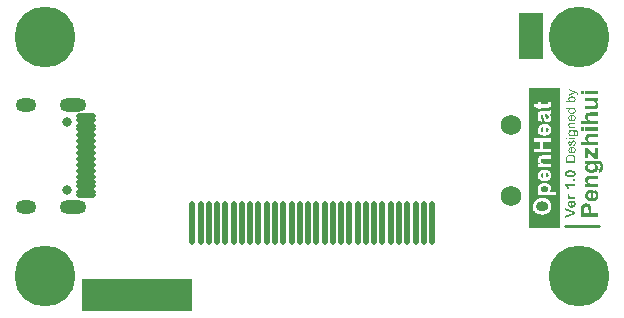
<source format=gts>
G04*
G04 #@! TF.GenerationSoftware,Altium Limited,Altium Designer,21.6.1 (37)*
G04*
G04 Layer_Color=8388736*
%FSLAX25Y25*%
%MOIN*%
G70*
G04*
G04 #@! TF.SameCoordinates,93F7CD1F-D677-4927-938F-0EEAFF98D495*
G04*
G04*
G04 #@! TF.FilePolarity,Negative*
G04*
G01*
G75*
%ADD10C,0.01000*%
%ADD14R,0.08400X0.15600*%
%ADD15R,0.37000X0.10500*%
G04:AMPARAMS|DCode=16|XSize=21.75mil|YSize=143.79mil|CornerRadius=6.94mil|HoleSize=0mil|Usage=FLASHONLY|Rotation=0.000|XOffset=0mil|YOffset=0mil|HoleType=Round|Shape=RoundedRectangle|*
%AMROUNDEDRECTD16*
21,1,0.02175,0.12992,0,0,0.0*
21,1,0.00787,0.14379,0,0,0.0*
1,1,0.01387,0.00394,-0.06496*
1,1,0.01387,-0.00394,-0.06496*
1,1,0.01387,-0.00394,0.06496*
1,1,0.01387,0.00394,0.06496*
%
%ADD16ROUNDEDRECTD16*%
G04:AMPARAMS|DCode=17|XSize=65.06mil|YSize=17.81mil|CornerRadius=5.95mil|HoleSize=0mil|Usage=FLASHONLY|Rotation=0.000|XOffset=0mil|YOffset=0mil|HoleType=Round|Shape=RoundedRectangle|*
%AMROUNDEDRECTD17*
21,1,0.06506,0.00591,0,0,0.0*
21,1,0.05315,0.01781,0,0,0.0*
1,1,0.01191,0.02657,-0.00295*
1,1,0.01191,-0.02657,-0.00295*
1,1,0.01191,-0.02657,0.00295*
1,1,0.01191,0.02657,0.00295*
%
%ADD17ROUNDEDRECTD17*%
%ADD18C,0.20285*%
%ADD19O,0.08868X0.04537*%
%ADD20O,0.06899X0.04537*%
%ADD21C,0.03159*%
%ADD22C,0.06899*%
G36*
X183099Y27500D02*
X172627D01*
Y74000D01*
X183099D01*
Y27500D01*
D02*
G37*
G36*
X195730Y72020D02*
X191548D01*
Y73128D01*
X195730D01*
Y72020D01*
D02*
G37*
G36*
X190990D02*
X189965D01*
Y73128D01*
X190990D01*
Y72020D01*
D02*
G37*
G36*
X195730Y69862D02*
X195105D01*
X195122Y69854D01*
X195163Y69821D01*
X195222Y69771D01*
X195297Y69696D01*
X195388Y69612D01*
X195472Y69504D01*
X195563Y69388D01*
X195638Y69254D01*
X195647Y69238D01*
X195663Y69187D01*
X195696Y69113D01*
X195730Y69013D01*
X195763Y68896D01*
X195796Y68763D01*
X195813Y68621D01*
X195821Y68471D01*
Y68396D01*
X195813Y68321D01*
X195796Y68221D01*
X195780Y68096D01*
X195746Y67971D01*
X195696Y67838D01*
X195638Y67713D01*
X195630Y67696D01*
X195605Y67663D01*
X195563Y67597D01*
X195505Y67530D01*
X195430Y67447D01*
X195347Y67372D01*
X195238Y67297D01*
X195122Y67230D01*
X195105Y67222D01*
X195063Y67205D01*
X194988Y67180D01*
X194880Y67155D01*
X194747Y67130D01*
X194589Y67105D01*
X194405Y67088D01*
X194197Y67080D01*
X191548D01*
Y68188D01*
X193472D01*
X193481D01*
X193514D01*
X193556D01*
X193614D01*
X193681D01*
X193756D01*
X193930Y68196D01*
X194122Y68205D01*
X194297Y68213D01*
X194372Y68221D01*
X194447Y68230D01*
X194505Y68238D01*
X194547Y68246D01*
X194555D01*
X194580Y68255D01*
X194614Y68271D01*
X194664Y68296D01*
X194713Y68321D01*
X194764Y68363D01*
X194814Y68405D01*
X194863Y68463D01*
X194872Y68471D01*
X194880Y68496D01*
X194897Y68529D01*
X194913Y68579D01*
X194938Y68638D01*
X194955Y68713D01*
X194963Y68788D01*
X194972Y68879D01*
Y68929D01*
X194963Y68979D01*
X194955Y69046D01*
X194938Y69129D01*
X194905Y69213D01*
X194872Y69304D01*
X194822Y69388D01*
X194814Y69396D01*
X194797Y69421D01*
X194764Y69462D01*
X194713Y69512D01*
X194655Y69562D01*
X194597Y69612D01*
X194522Y69662D01*
X194439Y69696D01*
X194430D01*
X194389Y69712D01*
X194355D01*
X194314Y69721D01*
X194272Y69729D01*
X194214Y69737D01*
X194139Y69746D01*
X194064Y69754D01*
X193972Y69762D01*
X193864D01*
X193747Y69771D01*
X193614Y69779D01*
X193472D01*
X193314D01*
X191548D01*
Y70887D01*
X195730D01*
Y69862D01*
D02*
G37*
G36*
Y64873D02*
X193531D01*
X193522D01*
X193506D01*
X193472D01*
X193422D01*
X193372D01*
X193314D01*
X193181Y64864D01*
X193039Y64856D01*
X192898Y64848D01*
X192781Y64831D01*
X192739Y64814D01*
X192698Y64806D01*
X192689D01*
X192664Y64789D01*
X192639Y64773D01*
X192598Y64756D01*
X192506Y64681D01*
X192456Y64639D01*
X192414Y64581D01*
X192406Y64573D01*
X192398Y64556D01*
X192381Y64514D01*
X192356Y64473D01*
X192340Y64414D01*
X192323Y64348D01*
X192315Y64265D01*
X192306Y64181D01*
Y64131D01*
X192315Y64081D01*
X192323Y64015D01*
X192340Y63940D01*
X192365Y63856D01*
X192398Y63773D01*
X192448Y63690D01*
X192456Y63681D01*
X192473Y63656D01*
X192506Y63615D01*
X192548Y63573D01*
X192606Y63515D01*
X192673Y63465D01*
X192756Y63415D01*
X192848Y63373D01*
X192856D01*
X192898Y63357D01*
X192956Y63340D01*
X193047Y63323D01*
X193156Y63307D01*
X193297Y63290D01*
X193456Y63282D01*
X193639Y63273D01*
X195730D01*
Y62165D01*
X189965D01*
Y63273D01*
X192098D01*
X192090Y63282D01*
X192073Y63298D01*
X192040Y63332D01*
X191998Y63365D01*
X191948Y63423D01*
X191898Y63481D01*
X191840Y63556D01*
X191773Y63631D01*
X191715Y63723D01*
X191656Y63823D01*
X191556Y64040D01*
X191515Y64156D01*
X191481Y64281D01*
X191465Y64414D01*
X191456Y64548D01*
Y64614D01*
X191465Y64689D01*
X191473Y64781D01*
X191490Y64889D01*
X191523Y64998D01*
X191556Y65122D01*
X191606Y65239D01*
X191615Y65256D01*
X191631Y65289D01*
X191665Y65347D01*
X191706Y65414D01*
X191756Y65489D01*
X191815Y65564D01*
X191890Y65639D01*
X191965Y65706D01*
X191973Y65714D01*
X192006Y65731D01*
X192048Y65756D01*
X192106Y65789D01*
X192181Y65831D01*
X192264Y65864D01*
X192356Y65897D01*
X192456Y65922D01*
X192464D01*
X192506Y65930D01*
X192573Y65939D01*
X192656Y65956D01*
X192773Y65964D01*
X192914Y65972D01*
X193081Y65980D01*
X193281D01*
X195730D01*
Y64873D01*
D02*
G37*
G36*
Y59933D02*
X191548D01*
Y61041D01*
X195730D01*
Y59933D01*
D02*
G37*
G36*
X190990D02*
X189965D01*
Y61041D01*
X190990D01*
Y59933D01*
D02*
G37*
G36*
X195730Y57709D02*
X193531D01*
X193522D01*
X193506D01*
X193472D01*
X193422D01*
X193372D01*
X193314D01*
X193181Y57701D01*
X193039Y57692D01*
X192898Y57684D01*
X192781Y57667D01*
X192739Y57651D01*
X192698Y57642D01*
X192689D01*
X192664Y57626D01*
X192639Y57609D01*
X192598Y57592D01*
X192506Y57517D01*
X192456Y57476D01*
X192414Y57417D01*
X192406Y57409D01*
X192398Y57392D01*
X192381Y57351D01*
X192356Y57309D01*
X192340Y57251D01*
X192323Y57184D01*
X192315Y57101D01*
X192306Y57017D01*
Y56967D01*
X192315Y56917D01*
X192323Y56851D01*
X192340Y56776D01*
X192365Y56692D01*
X192398Y56609D01*
X192448Y56526D01*
X192456Y56518D01*
X192473Y56493D01*
X192506Y56451D01*
X192548Y56409D01*
X192606Y56351D01*
X192673Y56301D01*
X192756Y56251D01*
X192848Y56209D01*
X192856D01*
X192898Y56193D01*
X192956Y56176D01*
X193047Y56159D01*
X193156Y56143D01*
X193297Y56126D01*
X193456Y56118D01*
X193639Y56109D01*
X195730D01*
Y55001D01*
X189965D01*
Y56109D01*
X192098D01*
X192090Y56118D01*
X192073Y56134D01*
X192040Y56168D01*
X191998Y56201D01*
X191948Y56259D01*
X191898Y56318D01*
X191840Y56393D01*
X191773Y56468D01*
X191715Y56559D01*
X191656Y56659D01*
X191556Y56876D01*
X191515Y56992D01*
X191481Y57117D01*
X191465Y57251D01*
X191456Y57384D01*
Y57451D01*
X191465Y57525D01*
X191473Y57617D01*
X191490Y57726D01*
X191523Y57834D01*
X191556Y57959D01*
X191606Y58075D01*
X191615Y58092D01*
X191631Y58125D01*
X191665Y58184D01*
X191706Y58250D01*
X191756Y58325D01*
X191815Y58400D01*
X191890Y58475D01*
X191965Y58542D01*
X191973Y58550D01*
X192006Y58567D01*
X192048Y58592D01*
X192106Y58625D01*
X192181Y58667D01*
X192264Y58700D01*
X192356Y58733D01*
X192456Y58758D01*
X192464D01*
X192506Y58767D01*
X192573Y58775D01*
X192656Y58792D01*
X192773Y58800D01*
X192914Y58808D01*
X193081Y58817D01*
X193281D01*
X195730D01*
Y57709D01*
D02*
G37*
G36*
Y50537D02*
X194855D01*
X193064Y52094D01*
X193056Y52103D01*
X193047Y52111D01*
X192989Y52161D01*
X192914Y52228D01*
X192823Y52311D01*
X192723Y52403D01*
X192614Y52503D01*
X192523Y52586D01*
X192439Y52669D01*
Y52636D01*
X192448Y52586D01*
Y52461D01*
X192456Y52369D01*
Y52161D01*
X192464Y50687D01*
X191548D01*
Y54144D01*
X192331D01*
X194172Y52544D01*
X194780Y51986D01*
Y52028D01*
X194772Y52061D01*
Y52136D01*
X194764Y52228D01*
Y52328D01*
X194755Y52419D01*
Y54268D01*
X195730D01*
Y50537D01*
D02*
G37*
G36*
X195555Y49879D02*
X195713Y49870D01*
X195896Y49854D01*
X196080Y49837D01*
X196255Y49804D01*
X196329Y49787D01*
X196405Y49762D01*
X196421Y49754D01*
X196463Y49737D01*
X196529Y49712D01*
X196613Y49670D01*
X196704Y49620D01*
X196804Y49562D01*
X196896Y49495D01*
X196979Y49412D01*
X196988Y49404D01*
X197013Y49371D01*
X197054Y49321D01*
X197096Y49262D01*
X197146Y49179D01*
X197204Y49079D01*
X197254Y48962D01*
X197304Y48829D01*
X197312Y48812D01*
X197321Y48762D01*
X197346Y48687D01*
X197362Y48579D01*
X197387Y48438D01*
X197412Y48279D01*
X197421Y48096D01*
X197429Y47896D01*
Y47796D01*
X197421Y47721D01*
Y47638D01*
X197412Y47538D01*
X197396Y47430D01*
X197379Y47313D01*
X197337Y47063D01*
X197271Y46813D01*
X197229Y46696D01*
X197179Y46580D01*
X197129Y46480D01*
X197063Y46388D01*
X197054Y46380D01*
X197046Y46372D01*
X196996Y46322D01*
X196921Y46247D01*
X196813Y46172D01*
X196679Y46088D01*
X196521Y46014D01*
X196338Y45963D01*
X196238Y45955D01*
X196138Y45947D01*
X196130D01*
X196096D01*
X196055D01*
X196005Y45955D01*
X196155Y47221D01*
X196163D01*
X196188Y47230D01*
X196230Y47238D01*
X196271Y47246D01*
X196371Y47288D01*
X196421Y47321D01*
X196455Y47363D01*
X196463Y47371D01*
X196471Y47396D01*
X196496Y47430D01*
X196513Y47488D01*
X196538Y47554D01*
X196563Y47638D01*
X196571Y47738D01*
X196579Y47854D01*
Y47929D01*
X196571Y48004D01*
X196563Y48096D01*
X196546Y48204D01*
X196521Y48313D01*
X196488Y48412D01*
X196446Y48504D01*
X196438Y48513D01*
X196430Y48529D01*
X196413Y48554D01*
X196379Y48588D01*
X196338Y48621D01*
X196288Y48654D01*
X196230Y48687D01*
X196163Y48721D01*
X196155D01*
X196138Y48729D01*
X196105Y48737D01*
X196046Y48754D01*
X195980Y48762D01*
X195896Y48771D01*
X195788Y48779D01*
X195663D01*
X195055D01*
X195063Y48771D01*
X195080Y48754D01*
X195113Y48729D01*
X195163Y48687D01*
X195213Y48646D01*
X195272Y48588D01*
X195330Y48513D01*
X195388Y48438D01*
X195455Y48354D01*
X195513Y48254D01*
X195622Y48046D01*
X195663Y47929D01*
X195696Y47804D01*
X195721Y47671D01*
X195730Y47530D01*
Y47496D01*
X195721Y47446D01*
Y47388D01*
X195705Y47321D01*
X195688Y47238D01*
X195671Y47146D01*
X195638Y47046D01*
X195605Y46946D01*
X195555Y46838D01*
X195496Y46722D01*
X195430Y46613D01*
X195347Y46505D01*
X195255Y46397D01*
X195147Y46297D01*
X195022Y46197D01*
X195013D01*
X194997Y46180D01*
X194963Y46163D01*
X194922Y46138D01*
X194863Y46105D01*
X194797Y46072D01*
X194722Y46038D01*
X194630Y46005D01*
X194539Y45972D01*
X194430Y45939D01*
X194314Y45905D01*
X194189Y45872D01*
X193922Y45830D01*
X193772Y45822D01*
X193622Y45814D01*
X193614D01*
X193572D01*
X193522D01*
X193447Y45822D01*
X193364Y45830D01*
X193264Y45838D01*
X193148Y45855D01*
X193031Y45880D01*
X192764Y45939D01*
X192631Y45980D01*
X192498Y46022D01*
X192373Y46080D01*
X192239Y46147D01*
X192123Y46222D01*
X192015Y46313D01*
X192006Y46322D01*
X191990Y46338D01*
X191965Y46363D01*
X191923Y46405D01*
X191881Y46455D01*
X191840Y46513D01*
X191790Y46580D01*
X191731Y46663D01*
X191681Y46747D01*
X191631Y46847D01*
X191540Y47055D01*
X191507Y47180D01*
X191481Y47305D01*
X191465Y47438D01*
X191456Y47571D01*
Y47605D01*
X191465Y47646D01*
Y47704D01*
X191481Y47763D01*
X191490Y47846D01*
X191515Y47929D01*
X191540Y48021D01*
X191581Y48121D01*
X191623Y48221D01*
X191681Y48329D01*
X191748Y48438D01*
X191823Y48546D01*
X191923Y48654D01*
X192023Y48754D01*
X192148Y48854D01*
X191548D01*
Y49887D01*
X195305D01*
X195313D01*
X195338D01*
X195372D01*
X195422D01*
X195488D01*
X195555Y49879D01*
D02*
G37*
G36*
X195730Y43831D02*
X193606D01*
X193597D01*
X193572D01*
X193539D01*
X193497D01*
X193439D01*
X193381D01*
X193239Y43823D01*
X193097Y43814D01*
X192948Y43798D01*
X192823Y43781D01*
X192773Y43773D01*
X192731Y43756D01*
X192723D01*
X192698Y43739D01*
X192664Y43723D01*
X192614Y43698D01*
X192514Y43623D01*
X192464Y43581D01*
X192423Y43523D01*
X192414Y43514D01*
X192406Y43498D01*
X192389Y43464D01*
X192365Y43415D01*
X192340Y43356D01*
X192323Y43298D01*
X192315Y43223D01*
X192306Y43140D01*
Y43090D01*
X192315Y43040D01*
X192323Y42973D01*
X192348Y42890D01*
X192373Y42806D01*
X192414Y42715D01*
X192464Y42623D01*
X192473Y42615D01*
X192489Y42590D01*
X192531Y42548D01*
X192573Y42498D01*
X192639Y42448D01*
X192706Y42398D01*
X192798Y42348D01*
X192889Y42315D01*
X192898D01*
X192939Y42298D01*
X193006Y42290D01*
X193106Y42273D01*
X193164Y42265D01*
X193239Y42257D01*
X193314Y42248D01*
X193406D01*
X193497Y42240D01*
X193606Y42232D01*
X193722D01*
X193847D01*
X195730D01*
Y41124D01*
X191548D01*
Y42148D01*
X192165D01*
X192156Y42157D01*
X192131Y42173D01*
X192098Y42207D01*
X192056Y42248D01*
X191998Y42298D01*
X191940Y42365D01*
X191873Y42440D01*
X191806Y42523D01*
X191748Y42615D01*
X191681Y42723D01*
X191623Y42831D01*
X191565Y42956D01*
X191523Y43090D01*
X191490Y43223D01*
X191465Y43373D01*
X191456Y43523D01*
Y43581D01*
X191465Y43656D01*
X191473Y43748D01*
X191490Y43848D01*
X191515Y43956D01*
X191548Y44073D01*
X191590Y44189D01*
X191598Y44206D01*
X191615Y44239D01*
X191640Y44298D01*
X191681Y44364D01*
X191731Y44439D01*
X191790Y44514D01*
X191856Y44589D01*
X191931Y44656D01*
X191940Y44664D01*
X191965Y44681D01*
X192006Y44706D01*
X192065Y44739D01*
X192131Y44781D01*
X192215Y44814D01*
X192298Y44847D01*
X192398Y44872D01*
X192406D01*
X192448Y44881D01*
X192506Y44897D01*
X192589Y44906D01*
X192689Y44922D01*
X192823Y44931D01*
X192964Y44939D01*
X193139D01*
X195730D01*
Y43831D01*
D02*
G37*
G36*
X193964Y37467D02*
X193972D01*
X193989D01*
X194014D01*
X194047Y37475D01*
X194130Y37484D01*
X194247Y37500D01*
X194364Y37534D01*
X194497Y37584D01*
X194622Y37642D01*
X194730Y37725D01*
X194738Y37734D01*
X194772Y37775D01*
X194814Y37825D01*
X194863Y37900D01*
X194913Y37992D01*
X194955Y38108D01*
X194988Y38233D01*
X194997Y38366D01*
Y38408D01*
X194988Y38458D01*
X194980Y38517D01*
X194963Y38583D01*
X194938Y38658D01*
X194905Y38733D01*
X194855Y38800D01*
X194847Y38808D01*
X194830Y38833D01*
X194797Y38866D01*
X194747Y38900D01*
X194680Y38950D01*
X194605Y38991D01*
X194505Y39033D01*
X194397Y39075D01*
X194580Y40174D01*
X194589D01*
X194605Y40166D01*
X194639Y40149D01*
X194680Y40132D01*
X194730Y40108D01*
X194789Y40082D01*
X194922Y40007D01*
X195072Y39916D01*
X195230Y39799D01*
X195372Y39658D01*
X195505Y39499D01*
Y39491D01*
X195521Y39483D01*
X195530Y39449D01*
X195555Y39416D01*
X195580Y39375D01*
X195605Y39316D01*
X195630Y39258D01*
X195663Y39183D01*
X195721Y39016D01*
X195771Y38825D01*
X195805Y38600D01*
X195821Y38358D01*
Y38308D01*
X195813Y38258D01*
Y38183D01*
X195796Y38092D01*
X195780Y37983D01*
X195763Y37867D01*
X195730Y37750D01*
X195696Y37617D01*
X195647Y37484D01*
X195588Y37350D01*
X195521Y37217D01*
X195438Y37084D01*
X195347Y36959D01*
X195238Y36851D01*
X195113Y36742D01*
X195105Y36734D01*
X195088Y36726D01*
X195055Y36709D01*
X195013Y36676D01*
X194955Y36651D01*
X194888Y36617D01*
X194814Y36576D01*
X194722Y36542D01*
X194622Y36501D01*
X194514Y36467D01*
X194397Y36426D01*
X194264Y36401D01*
X194130Y36376D01*
X193989Y36351D01*
X193831Y36342D01*
X193672Y36334D01*
X193664D01*
X193631D01*
X193572D01*
X193497Y36342D01*
X193414Y36351D01*
X193314Y36359D01*
X193206Y36376D01*
X193081Y36401D01*
X192823Y36467D01*
X192689Y36509D01*
X192548Y36559D01*
X192414Y36626D01*
X192289Y36700D01*
X192165Y36784D01*
X192048Y36876D01*
X192040Y36884D01*
X192023Y36900D01*
X191990Y36934D01*
X191956Y36975D01*
X191915Y37025D01*
X191865Y37092D01*
X191806Y37167D01*
X191748Y37250D01*
X191698Y37342D01*
X191640Y37450D01*
X191590Y37558D01*
X191548Y37683D01*
X191515Y37808D01*
X191481Y37950D01*
X191465Y38092D01*
X191456Y38242D01*
Y38333D01*
X191465Y38400D01*
X191473Y38475D01*
X191490Y38566D01*
X191507Y38666D01*
X191531Y38775D01*
X191565Y38891D01*
X191606Y39008D01*
X191656Y39133D01*
X191723Y39258D01*
X191790Y39375D01*
X191873Y39491D01*
X191973Y39608D01*
X192081Y39708D01*
X192090Y39716D01*
X192106Y39733D01*
X192148Y39758D01*
X192198Y39791D01*
X192264Y39833D01*
X192340Y39874D01*
X192439Y39924D01*
X192548Y39974D01*
X192673Y40024D01*
X192814Y40074D01*
X192964Y40116D01*
X193139Y40157D01*
X193322Y40191D01*
X193522Y40216D01*
X193731Y40233D01*
X193964D01*
Y37467D01*
D02*
G37*
G36*
X191873Y35701D02*
X191931D01*
X192048Y35684D01*
X192190Y35659D01*
X192348Y35626D01*
X192498Y35576D01*
X192639Y35509D01*
X192656Y35501D01*
X192698Y35476D01*
X192764Y35434D01*
X192848Y35376D01*
X192931Y35309D01*
X193031Y35218D01*
X193122Y35126D01*
X193206Y35018D01*
X193214Y35001D01*
X193239Y34968D01*
X193272Y34910D01*
X193314Y34835D01*
X193364Y34743D01*
X193406Y34643D01*
X193447Y34535D01*
X193481Y34418D01*
Y34402D01*
X193489Y34376D01*
Y34343D01*
X193497Y34301D01*
X193506Y34243D01*
X193514Y34185D01*
Y34110D01*
X193522Y34035D01*
X193531Y33943D01*
X193539Y33843D01*
X193547Y33735D01*
Y33618D01*
X193556Y33494D01*
Y32461D01*
X195730D01*
Y31294D01*
X189965D01*
Y33419D01*
X189974Y33510D01*
Y33727D01*
X189990Y33960D01*
X190007Y34193D01*
X190015Y34293D01*
X190024Y34393D01*
X190040Y34476D01*
X190057Y34543D01*
Y34551D01*
X190065Y34568D01*
X190074Y34593D01*
X190082Y34626D01*
X190124Y34718D01*
X190174Y34835D01*
X190249Y34960D01*
X190349Y35101D01*
X190473Y35234D01*
X190623Y35368D01*
X190632D01*
X190640Y35384D01*
X190665Y35401D01*
X190699Y35418D01*
X190748Y35451D01*
X190798Y35476D01*
X190857Y35509D01*
X190923Y35543D01*
X191090Y35601D01*
X191273Y35659D01*
X191498Y35693D01*
X191740Y35709D01*
X191748D01*
X191765D01*
X191790D01*
X191831D01*
X191873Y35701D01*
D02*
G37*
G36*
X188267Y72870D02*
X188271D01*
X188285Y72866D01*
X188304Y72856D01*
X188327Y72847D01*
X188359Y72833D01*
X188396Y72819D01*
X188475Y72787D01*
X188562Y72755D01*
X188650Y72718D01*
X188729Y72681D01*
X188761Y72662D01*
X188793Y72649D01*
X188803Y72644D01*
X188826Y72630D01*
X188858Y72607D01*
X188900Y72579D01*
X188946Y72542D01*
X188992Y72501D01*
X189038Y72459D01*
X189075Y72408D01*
X189080Y72404D01*
X189089Y72385D01*
X189103Y72357D01*
X189121Y72316D01*
X189140Y72270D01*
X189154Y72214D01*
X189163Y72154D01*
X189168Y72085D01*
Y72066D01*
X189163Y72043D01*
Y72011D01*
X189154Y71974D01*
X189145Y71932D01*
X189135Y71886D01*
X189117Y71835D01*
X188752Y71794D01*
Y71798D01*
X188756Y71817D01*
X188761Y71840D01*
X188770Y71868D01*
X188784Y71942D01*
X188789Y72016D01*
Y72039D01*
X188784Y72062D01*
Y72089D01*
X188770Y72159D01*
X188756Y72191D01*
X188743Y72223D01*
Y72228D01*
X188733Y72237D01*
X188724Y72251D01*
X188710Y72270D01*
X188673Y72311D01*
X188622Y72348D01*
X188618D01*
X188609Y72357D01*
X188590Y72367D01*
X188562Y72376D01*
X188525Y72394D01*
X188470Y72413D01*
X188405Y72441D01*
X188327Y72468D01*
X188322D01*
X188304Y72478D01*
X188271Y72487D01*
X188230Y72505D01*
X185910Y71627D01*
Y72043D01*
X187255Y72528D01*
X187260D01*
X187264Y72533D01*
X187278Y72538D01*
X187301Y72542D01*
X187324Y72551D01*
X187352Y72561D01*
X187417Y72584D01*
X187495Y72611D01*
X187588Y72639D01*
X187685Y72667D01*
X187791Y72695D01*
X187786D01*
X187777Y72699D01*
X187763Y72704D01*
X187745Y72708D01*
X187722Y72713D01*
X187694Y72722D01*
X187625Y72741D01*
X187546Y72764D01*
X187454Y72796D01*
X187361Y72824D01*
X187264Y72861D01*
X185910Y73360D01*
Y73753D01*
X188267Y72870D01*
D02*
G37*
G36*
X187135Y71364D02*
X187186Y71359D01*
X187241Y71355D01*
X187306Y71346D01*
X187375Y71332D01*
X187523Y71295D01*
X187601Y71272D01*
X187675Y71244D01*
X187754Y71212D01*
X187823Y71170D01*
X187892Y71124D01*
X187957Y71073D01*
X187962Y71068D01*
X187971Y71059D01*
X187985Y71045D01*
X188008Y71022D01*
X188031Y70990D01*
X188059Y70958D01*
X188087Y70921D01*
X188119Y70874D01*
X188147Y70824D01*
X188179Y70773D01*
X188230Y70648D01*
X188253Y70583D01*
X188267Y70514D01*
X188276Y70440D01*
X188281Y70366D01*
Y70348D01*
X188276Y70325D01*
Y70297D01*
X188271Y70265D01*
X188262Y70223D01*
X188239Y70131D01*
X188221Y70080D01*
X188197Y70029D01*
X188170Y69973D01*
X188137Y69923D01*
X188096Y69867D01*
X188050Y69816D01*
X187999Y69770D01*
X187939Y69724D01*
X188230D01*
Y69359D01*
X185033D01*
Y69752D01*
X186174D01*
X186169Y69756D01*
X186160Y69761D01*
X186146Y69775D01*
X186123Y69798D01*
X186100Y69821D01*
X186072Y69849D01*
X186045Y69886D01*
X186017Y69923D01*
X185957Y70015D01*
X185910Y70121D01*
X185887Y70181D01*
X185874Y70246D01*
X185864Y70315D01*
X185860Y70385D01*
Y70422D01*
X185864Y70463D01*
X185869Y70514D01*
X185883Y70574D01*
X185897Y70643D01*
X185920Y70717D01*
X185948Y70787D01*
X185952Y70796D01*
X185961Y70819D01*
X185984Y70856D01*
X186012Y70898D01*
X186045Y70948D01*
X186086Y70999D01*
X186137Y71055D01*
X186192Y71101D01*
X186197Y71105D01*
X186220Y71119D01*
X186252Y71142D01*
X186294Y71170D01*
X186349Y71202D01*
X186414Y71235D01*
X186488Y71267D01*
X186567Y71295D01*
X186571D01*
X186576Y71299D01*
X186590Y71304D01*
X186603Y71309D01*
X186650Y71318D01*
X186710Y71332D01*
X186779Y71346D01*
X186858Y71359D01*
X186945Y71364D01*
X187038Y71369D01*
X187042D01*
X187065D01*
X187093D01*
X187135Y71364D01*
D02*
G37*
G36*
X188230Y67137D02*
X187939D01*
X187943Y67132D01*
X187953Y67128D01*
X187971Y67114D01*
X187994Y67095D01*
X188017Y67072D01*
X188045Y67044D01*
X188077Y67012D01*
X188110Y66970D01*
X188142Y66929D01*
X188174Y66883D01*
X188202Y66827D01*
X188225Y66767D01*
X188248Y66707D01*
X188267Y66638D01*
X188276Y66564D01*
X188281Y66485D01*
Y66458D01*
X188276Y66439D01*
X188271Y66384D01*
X188262Y66319D01*
X188244Y66241D01*
X188216Y66153D01*
X188179Y66065D01*
X188128Y65977D01*
Y65973D01*
X188119Y65968D01*
X188100Y65940D01*
X188063Y65899D01*
X188017Y65848D01*
X187957Y65788D01*
X187883Y65728D01*
X187800Y65668D01*
X187703Y65617D01*
X187698D01*
X187689Y65612D01*
X187675Y65608D01*
X187657Y65598D01*
X187629Y65589D01*
X187597Y65575D01*
X187565Y65566D01*
X187523Y65557D01*
X187431Y65534D01*
X187324Y65511D01*
X187204Y65497D01*
X187075Y65492D01*
X187070D01*
X187061D01*
X187042D01*
X187015D01*
X186987Y65497D01*
X186950D01*
X186867Y65506D01*
X186770Y65520D01*
X186664Y65543D01*
X186553Y65571D01*
X186446Y65608D01*
X186442D01*
X186433Y65612D01*
X186419Y65622D01*
X186400Y65631D01*
X186349Y65658D01*
X186285Y65695D01*
X186215Y65742D01*
X186146Y65802D01*
X186072Y65871D01*
X186012Y65954D01*
Y65959D01*
X186007Y65963D01*
X185998Y65977D01*
X185989Y65996D01*
X185966Y66042D01*
X185934Y66107D01*
X185906Y66180D01*
X185883Y66268D01*
X185864Y66365D01*
X185860Y66467D01*
Y66504D01*
X185864Y66541D01*
X185869Y66592D01*
X185883Y66652D01*
X185897Y66716D01*
X185920Y66781D01*
X185952Y66841D01*
X185957Y66850D01*
X185966Y66869D01*
X185989Y66897D01*
X186012Y66934D01*
X186045Y66980D01*
X186086Y67021D01*
X186128Y67067D01*
X186179Y67109D01*
X185033D01*
Y67502D01*
X188230D01*
Y67137D01*
D02*
G37*
G36*
X187172Y65155D02*
Y63422D01*
X187176D01*
X187190D01*
X187209Y63427D01*
X187236D01*
X187269Y63432D01*
X187306Y63441D01*
X187389Y63455D01*
X187481Y63482D01*
X187583Y63519D01*
X187675Y63570D01*
X187759Y63635D01*
Y63639D01*
X187768Y63644D01*
X187791Y63672D01*
X187823Y63713D01*
X187856Y63769D01*
X187892Y63843D01*
X187925Y63926D01*
X187948Y64018D01*
X187953Y64069D01*
X187957Y64125D01*
Y64161D01*
X187953Y64203D01*
X187943Y64254D01*
X187929Y64309D01*
X187911Y64374D01*
X187883Y64434D01*
X187846Y64494D01*
X187842Y64499D01*
X187823Y64522D01*
X187795Y64550D01*
X187759Y64582D01*
X187708Y64619D01*
X187643Y64661D01*
X187569Y64702D01*
X187481Y64739D01*
X187532Y65146D01*
X187537D01*
X187546Y65141D01*
X187565Y65136D01*
X187592Y65127D01*
X187620Y65113D01*
X187657Y65099D01*
X187735Y65062D01*
X187823Y65016D01*
X187916Y64951D01*
X188003Y64878D01*
X188087Y64785D01*
Y64781D01*
X188096Y64771D01*
X188105Y64758D01*
X188119Y64739D01*
X188133Y64711D01*
X188147Y64684D01*
X188165Y64647D01*
X188184Y64605D01*
X188202Y64559D01*
X188221Y64513D01*
X188248Y64397D01*
X188271Y64268D01*
X188281Y64125D01*
Y64074D01*
X188276Y64041D01*
X188271Y64000D01*
X188262Y63949D01*
X188253Y63894D01*
X188244Y63833D01*
X188207Y63704D01*
X188179Y63635D01*
X188151Y63570D01*
X188114Y63501D01*
X188073Y63436D01*
X188026Y63376D01*
X187971Y63316D01*
X187966Y63311D01*
X187957Y63302D01*
X187939Y63288D01*
X187911Y63270D01*
X187879Y63247D01*
X187842Y63224D01*
X187795Y63196D01*
X187745Y63168D01*
X187685Y63140D01*
X187620Y63113D01*
X187546Y63090D01*
X187468Y63067D01*
X187384Y63048D01*
X187292Y63034D01*
X187195Y63025D01*
X187093Y63020D01*
X187089D01*
X187065D01*
X187038D01*
X186996Y63025D01*
X186945Y63030D01*
X186890Y63034D01*
X186825Y63043D01*
X186761Y63057D01*
X186613Y63094D01*
X186539Y63117D01*
X186460Y63145D01*
X186386Y63182D01*
X186317Y63224D01*
X186248Y63270D01*
X186183Y63321D01*
X186179Y63325D01*
X186169Y63335D01*
X186155Y63353D01*
X186132Y63376D01*
X186109Y63404D01*
X186082Y63441D01*
X186049Y63482D01*
X186021Y63533D01*
X185989Y63584D01*
X185961Y63644D01*
X185934Y63709D01*
X185910Y63778D01*
X185887Y63852D01*
X185874Y63930D01*
X185864Y64014D01*
X185860Y64101D01*
Y64148D01*
X185864Y64180D01*
X185869Y64217D01*
X185878Y64263D01*
X185887Y64314D01*
X185901Y64374D01*
X185915Y64429D01*
X185938Y64494D01*
X185961Y64554D01*
X185994Y64619D01*
X186031Y64684D01*
X186072Y64748D01*
X186123Y64808D01*
X186179Y64864D01*
X186183Y64868D01*
X186192Y64878D01*
X186211Y64891D01*
X186239Y64910D01*
X186271Y64933D01*
X186308Y64956D01*
X186354Y64984D01*
X186409Y65012D01*
X186470Y65039D01*
X186534Y65067D01*
X186608Y65090D01*
X186687Y65113D01*
X186775Y65132D01*
X186867Y65146D01*
X186964Y65155D01*
X187070Y65159D01*
X187075D01*
X187093D01*
X187126D01*
X187172Y65155D01*
D02*
G37*
G36*
X188230Y62156D02*
X186825D01*
X186821D01*
X186816D01*
X186784D01*
X186742D01*
X186691Y62152D01*
X186631Y62147D01*
X186571Y62138D01*
X186516Y62124D01*
X186465Y62110D01*
X186460D01*
X186446Y62101D01*
X186423Y62087D01*
X186396Y62073D01*
X186368Y62050D01*
X186336Y62023D01*
X186303Y61985D01*
X186275Y61944D01*
X186271Y61939D01*
X186262Y61926D01*
X186252Y61898D01*
X186239Y61865D01*
X186225Y61828D01*
X186211Y61782D01*
X186206Y61727D01*
X186202Y61671D01*
Y61648D01*
X186206Y61630D01*
X186211Y61584D01*
X186220Y61523D01*
X186243Y61459D01*
X186271Y61385D01*
X186308Y61311D01*
X186363Y61242D01*
X186372Y61232D01*
X186396Y61214D01*
X186414Y61200D01*
X186437Y61186D01*
X186465Y61168D01*
X186497Y61154D01*
X186534Y61135D01*
X186580Y61117D01*
X186631Y61103D01*
X186687Y61089D01*
X186747Y61080D01*
X186811Y61071D01*
X186890Y61062D01*
X186969D01*
X188230D01*
Y60669D01*
X185910D01*
Y61020D01*
X186243D01*
X186239Y61024D01*
X186225Y61034D01*
X186206Y61048D01*
X186183Y61066D01*
X186155Y61094D01*
X186123Y61126D01*
X186086Y61163D01*
X186049Y61209D01*
X186017Y61256D01*
X185980Y61311D01*
X185948Y61371D01*
X185920Y61436D01*
X185897Y61510D01*
X185878Y61584D01*
X185864Y61667D01*
X185860Y61755D01*
Y61791D01*
X185864Y61828D01*
X185869Y61879D01*
X185878Y61939D01*
X185892Y62004D01*
X185910Y62073D01*
X185938Y62138D01*
X185943Y62147D01*
X185952Y62166D01*
X185966Y62198D01*
X185989Y62235D01*
X186017Y62281D01*
X186054Y62323D01*
X186091Y62364D01*
X186137Y62401D01*
X186142Y62406D01*
X186160Y62415D01*
X186183Y62429D01*
X186215Y62452D01*
X186262Y62471D01*
X186308Y62489D01*
X186363Y62512D01*
X186423Y62526D01*
X186428D01*
X186446Y62531D01*
X186474Y62535D01*
X186511Y62540D01*
X186567D01*
X186631Y62545D01*
X186710Y62549D01*
X186807D01*
X188230D01*
Y62156D01*
D02*
G37*
G36*
X188045Y60068D02*
X188096D01*
X188151Y60064D01*
X188211Y60059D01*
X188336Y60045D01*
X188465Y60027D01*
X188525Y60013D01*
X188581Y59999D01*
X188632Y59980D01*
X188678Y59962D01*
X188682D01*
X188687Y59957D01*
X188715Y59939D01*
X188756Y59916D01*
X188807Y59879D01*
X188863Y59828D01*
X188923Y59768D01*
X188983Y59694D01*
X189034Y59611D01*
Y59606D01*
X189038Y59602D01*
X189048Y59588D01*
X189052Y59569D01*
X189066Y59546D01*
X189075Y59518D01*
X189098Y59449D01*
X189126Y59366D01*
X189145Y59264D01*
X189163Y59149D01*
X189168Y59024D01*
Y58982D01*
X189163Y58955D01*
Y58918D01*
X189158Y58881D01*
X189154Y58835D01*
X189145Y58784D01*
X189121Y58678D01*
X189089Y58567D01*
X189043Y58456D01*
X188978Y58354D01*
X188974Y58350D01*
X188969Y58345D01*
X188941Y58313D01*
X188900Y58276D01*
X188840Y58229D01*
X188761Y58183D01*
X188664Y58142D01*
X188609Y58128D01*
X188549Y58119D01*
X188488Y58109D01*
X188419D01*
X188470Y58493D01*
X188479D01*
X188498Y58497D01*
X188530Y58507D01*
X188572Y58516D01*
X188613Y58534D01*
X188655Y58557D01*
X188696Y58585D01*
X188729Y58622D01*
X188733Y58631D01*
X188747Y58650D01*
X188766Y58682D01*
X188784Y58728D01*
X188807Y58784D01*
X188826Y58853D01*
X188840Y58936D01*
X188844Y59024D01*
Y59070D01*
X188840Y59117D01*
X188830Y59181D01*
X188816Y59246D01*
X188798Y59315D01*
X188770Y59385D01*
X188733Y59444D01*
X188729Y59449D01*
X188715Y59468D01*
X188687Y59495D01*
X188655Y59528D01*
X188609Y59560D01*
X188558Y59592D01*
X188498Y59625D01*
X188428Y59648D01*
X188424D01*
X188405Y59652D01*
X188368Y59657D01*
X188322Y59662D01*
X188290Y59666D01*
X188253D01*
X188211Y59671D01*
X188165D01*
X188114D01*
X188054Y59676D01*
X187994D01*
X187925D01*
X187929Y59671D01*
X187939Y59662D01*
X187953Y59648D01*
X187971Y59629D01*
X187994Y59606D01*
X188022Y59574D01*
X188050Y59537D01*
X188077Y59500D01*
X188133Y59403D01*
X188184Y59297D01*
X188202Y59237D01*
X188216Y59172D01*
X188225Y59103D01*
X188230Y59033D01*
Y59010D01*
X188225Y58987D01*
Y58955D01*
X188221Y58913D01*
X188211Y58867D01*
X188202Y58816D01*
X188188Y58761D01*
X188170Y58701D01*
X188147Y58641D01*
X188119Y58581D01*
X188087Y58516D01*
X188045Y58456D01*
X187999Y58396D01*
X187948Y58340D01*
X187888Y58289D01*
X187883Y58285D01*
X187874Y58280D01*
X187851Y58266D01*
X187828Y58248D01*
X187791Y58229D01*
X187754Y58206D01*
X187708Y58183D01*
X187652Y58160D01*
X187597Y58137D01*
X187532Y58114D01*
X187468Y58091D01*
X187394Y58072D01*
X187236Y58040D01*
X187149Y58035D01*
X187061Y58031D01*
X187056D01*
X187047D01*
X187029D01*
X187005D01*
X186973Y58035D01*
X186941D01*
X186858Y58045D01*
X186765Y58059D01*
X186664Y58082D01*
X186557Y58109D01*
X186451Y58151D01*
X186446D01*
X186437Y58156D01*
X186423Y58165D01*
X186405Y58174D01*
X186354Y58202D01*
X186289Y58239D01*
X186220Y58289D01*
X186151Y58350D01*
X186077Y58419D01*
X186017Y58497D01*
Y58502D01*
X186012Y58507D01*
X186003Y58521D01*
X185994Y58539D01*
X185966Y58585D01*
X185938Y58650D01*
X185910Y58728D01*
X185883Y58821D01*
X185864Y58922D01*
X185860Y59033D01*
Y59075D01*
X185864Y59103D01*
X185869Y59135D01*
X185878Y59176D01*
X185887Y59223D01*
X185901Y59274D01*
X185920Y59324D01*
X185943Y59380D01*
X185971Y59435D01*
X186003Y59495D01*
X186040Y59551D01*
X186086Y59606D01*
X186137Y59662D01*
X186197Y59712D01*
X185910D01*
Y60073D01*
X187916D01*
X187920D01*
X187939D01*
X187966D01*
X188003D01*
X188045Y60068D01*
D02*
G37*
G36*
X188230Y57190D02*
X185910D01*
Y57583D01*
X188230D01*
Y57190D01*
D02*
G37*
G36*
X185481D02*
X185033D01*
Y57583D01*
X185481D01*
Y57190D01*
D02*
G37*
G36*
X187620Y56719D02*
X187671Y56709D01*
X187726Y56696D01*
X187786Y56673D01*
X187856Y56645D01*
X187920Y56608D01*
X187929Y56603D01*
X187948Y56585D01*
X187980Y56562D01*
X188017Y56525D01*
X188059Y56474D01*
X188105Y56418D01*
X188147Y56354D01*
X188188Y56275D01*
Y56271D01*
X188193Y56266D01*
X188202Y56238D01*
X188216Y56192D01*
X188234Y56132D01*
X188253Y56058D01*
X188267Y55975D01*
X188276Y55887D01*
X188281Y55786D01*
Y55744D01*
X188276Y55712D01*
Y55675D01*
X188271Y55628D01*
X188267Y55582D01*
X188258Y55531D01*
X188234Y55421D01*
X188202Y55305D01*
X188156Y55194D01*
X188128Y55143D01*
X188096Y55097D01*
X188091Y55093D01*
X188087Y55088D01*
X188059Y55060D01*
X188017Y55019D01*
X187953Y54972D01*
X187874Y54922D01*
X187782Y54871D01*
X187666Y54829D01*
X187537Y54797D01*
X187477Y55185D01*
X187481D01*
X187486D01*
X187514Y55194D01*
X187560Y55203D01*
X187611Y55222D01*
X187666Y55245D01*
X187726Y55273D01*
X187786Y55314D01*
X187837Y55365D01*
X187842Y55374D01*
X187856Y55393D01*
X187874Y55430D01*
X187897Y55476D01*
X187920Y55536D01*
X187939Y55605D01*
X187953Y55689D01*
X187957Y55786D01*
Y55832D01*
X187953Y55878D01*
X187943Y55938D01*
X187929Y56003D01*
X187911Y56072D01*
X187888Y56132D01*
X187851Y56187D01*
X187846Y56192D01*
X187832Y56211D01*
X187809Y56229D01*
X187777Y56257D01*
X187740Y56280D01*
X187694Y56303D01*
X187648Y56317D01*
X187592Y56321D01*
X187588D01*
X187569D01*
X187546Y56317D01*
X187514Y56308D01*
X187481Y56294D01*
X187449Y56271D01*
X187412Y56243D01*
X187384Y56201D01*
X187380Y56197D01*
X187375Y56183D01*
X187361Y56160D01*
X187347Y56123D01*
X187329Y56067D01*
X187315Y56035D01*
X187306Y55998D01*
X187292Y55956D01*
X187278Y55910D01*
X187264Y55859D01*
X187250Y55799D01*
Y55795D01*
X187246Y55781D01*
X187241Y55758D01*
X187232Y55730D01*
X187223Y55693D01*
X187209Y55651D01*
X187186Y55564D01*
X187153Y55462D01*
X187126Y55365D01*
X187093Y55273D01*
X187075Y55231D01*
X187061Y55199D01*
X187056Y55190D01*
X187047Y55171D01*
X187029Y55143D01*
X187005Y55106D01*
X186973Y55065D01*
X186936Y55023D01*
X186895Y54982D01*
X186844Y54945D01*
X186839Y54940D01*
X186821Y54931D01*
X186788Y54917D01*
X186751Y54903D01*
X186705Y54889D01*
X186650Y54875D01*
X186594Y54866D01*
X186530Y54861D01*
X186520D01*
X186502D01*
X186474Y54866D01*
X186433Y54871D01*
X186391Y54880D01*
X186340Y54889D01*
X186294Y54908D01*
X186243Y54931D01*
X186239Y54935D01*
X186220Y54945D01*
X186197Y54958D01*
X186165Y54982D01*
X186132Y55009D01*
X186091Y55042D01*
X186054Y55079D01*
X186021Y55125D01*
X186017Y55129D01*
X186012Y55143D01*
X185998Y55162D01*
X185984Y55190D01*
X185966Y55226D01*
X185948Y55268D01*
X185929Y55319D01*
X185910Y55374D01*
X185906Y55383D01*
X185901Y55402D01*
X185892Y55434D01*
X185883Y55476D01*
X185874Y55527D01*
X185869Y55582D01*
X185860Y55647D01*
Y55758D01*
X185864Y55809D01*
X185869Y55878D01*
X185878Y55952D01*
X185897Y56030D01*
X185915Y56113D01*
X185943Y56192D01*
Y56197D01*
X185948Y56201D01*
X185957Y56224D01*
X185975Y56261D01*
X185998Y56308D01*
X186031Y56358D01*
X186068Y56409D01*
X186109Y56455D01*
X186155Y56497D01*
X186160Y56502D01*
X186179Y56511D01*
X186211Y56529D01*
X186248Y56552D01*
X186303Y56576D01*
X186363Y56599D01*
X186433Y56617D01*
X186511Y56636D01*
X186562Y56252D01*
X186553D01*
X186534Y56248D01*
X186502Y56238D01*
X186460Y56224D01*
X186419Y56201D01*
X186372Y56174D01*
X186326Y56141D01*
X186285Y56095D01*
X186280Y56090D01*
X186271Y56072D01*
X186252Y56044D01*
X186234Y56003D01*
X186215Y55956D01*
X186197Y55896D01*
X186188Y55822D01*
X186183Y55744D01*
Y55698D01*
X186188Y55651D01*
X186192Y55591D01*
X186206Y55531D01*
X186220Y55467D01*
X186243Y55407D01*
X186275Y55356D01*
X186280Y55351D01*
X186289Y55337D01*
X186308Y55319D01*
X186336Y55300D01*
X186363Y55277D01*
X186400Y55259D01*
X186442Y55245D01*
X186483Y55240D01*
X186488D01*
X186497D01*
X186511Y55245D01*
X186530D01*
X186576Y55259D01*
X186622Y55287D01*
X186627Y55291D01*
X186631Y55296D01*
X186645Y55305D01*
X186659Y55323D01*
X186673Y55342D01*
X186691Y55370D01*
X186705Y55402D01*
X186724Y55439D01*
Y55444D01*
X186728Y55453D01*
X186733Y55471D01*
X186747Y55504D01*
X186761Y55550D01*
X186775Y55610D01*
X186788Y55647D01*
X186798Y55689D01*
X186811Y55735D01*
X186825Y55786D01*
Y55790D01*
X186830Y55804D01*
X186835Y55827D01*
X186844Y55855D01*
X186853Y55887D01*
X186862Y55929D01*
X186890Y56016D01*
X186918Y56113D01*
X186950Y56211D01*
X186982Y56298D01*
X186996Y56335D01*
X187010Y56368D01*
X187015Y56377D01*
X187024Y56395D01*
X187038Y56423D01*
X187061Y56465D01*
X187089Y56506D01*
X187126Y56548D01*
X187167Y56589D01*
X187213Y56626D01*
X187218Y56631D01*
X187236Y56640D01*
X187264Y56659D01*
X187306Y56677D01*
X187357Y56691D01*
X187412Y56709D01*
X187477Y56719D01*
X187551Y56723D01*
X187560D01*
X187583D01*
X187620Y56719D01*
D02*
G37*
G36*
X187172Y54469D02*
Y52736D01*
X187176D01*
X187190D01*
X187209Y52741D01*
X187236D01*
X187269Y52745D01*
X187306Y52755D01*
X187389Y52769D01*
X187481Y52796D01*
X187583Y52833D01*
X187675Y52884D01*
X187759Y52949D01*
Y52953D01*
X187768Y52958D01*
X187791Y52986D01*
X187823Y53027D01*
X187856Y53083D01*
X187892Y53157D01*
X187925Y53240D01*
X187948Y53332D01*
X187953Y53383D01*
X187957Y53439D01*
Y53475D01*
X187953Y53517D01*
X187943Y53568D01*
X187929Y53623D01*
X187911Y53688D01*
X187883Y53748D01*
X187846Y53808D01*
X187842Y53813D01*
X187823Y53836D01*
X187795Y53864D01*
X187759Y53896D01*
X187708Y53933D01*
X187643Y53974D01*
X187569Y54016D01*
X187481Y54053D01*
X187532Y54460D01*
X187537D01*
X187546Y54455D01*
X187565Y54450D01*
X187592Y54441D01*
X187620Y54427D01*
X187657Y54413D01*
X187735Y54376D01*
X187823Y54330D01*
X187916Y54265D01*
X188003Y54192D01*
X188087Y54099D01*
Y54095D01*
X188096Y54085D01*
X188105Y54071D01*
X188119Y54053D01*
X188133Y54025D01*
X188147Y53997D01*
X188165Y53961D01*
X188184Y53919D01*
X188202Y53873D01*
X188221Y53827D01*
X188248Y53711D01*
X188271Y53582D01*
X188281Y53439D01*
Y53388D01*
X188276Y53355D01*
X188271Y53314D01*
X188262Y53263D01*
X188253Y53207D01*
X188244Y53148D01*
X188207Y53018D01*
X188179Y52949D01*
X188151Y52884D01*
X188114Y52815D01*
X188073Y52750D01*
X188026Y52690D01*
X187971Y52630D01*
X187966Y52625D01*
X187957Y52616D01*
X187939Y52602D01*
X187911Y52584D01*
X187879Y52561D01*
X187842Y52538D01*
X187795Y52510D01*
X187745Y52482D01*
X187685Y52454D01*
X187620Y52427D01*
X187546Y52404D01*
X187468Y52381D01*
X187384Y52362D01*
X187292Y52348D01*
X187195Y52339D01*
X187093Y52334D01*
X187089D01*
X187065D01*
X187038D01*
X186996Y52339D01*
X186945Y52344D01*
X186890Y52348D01*
X186825Y52357D01*
X186761Y52371D01*
X186613Y52408D01*
X186539Y52431D01*
X186460Y52459D01*
X186386Y52496D01*
X186317Y52538D01*
X186248Y52584D01*
X186183Y52635D01*
X186179Y52639D01*
X186169Y52649D01*
X186155Y52667D01*
X186132Y52690D01*
X186109Y52718D01*
X186082Y52755D01*
X186049Y52796D01*
X186021Y52847D01*
X185989Y52898D01*
X185961Y52958D01*
X185934Y53023D01*
X185910Y53092D01*
X185887Y53166D01*
X185874Y53245D01*
X185864Y53328D01*
X185860Y53415D01*
Y53462D01*
X185864Y53494D01*
X185869Y53531D01*
X185878Y53577D01*
X185887Y53628D01*
X185901Y53688D01*
X185915Y53743D01*
X185938Y53808D01*
X185961Y53868D01*
X185994Y53933D01*
X186031Y53997D01*
X186072Y54062D01*
X186123Y54122D01*
X186179Y54178D01*
X186183Y54182D01*
X186192Y54192D01*
X186211Y54205D01*
X186239Y54224D01*
X186271Y54247D01*
X186308Y54270D01*
X186354Y54298D01*
X186409Y54325D01*
X186470Y54353D01*
X186534Y54381D01*
X186608Y54404D01*
X186687Y54427D01*
X186775Y54446D01*
X186867Y54460D01*
X186964Y54469D01*
X187070Y54473D01*
X187075D01*
X187093D01*
X187126D01*
X187172Y54469D01*
D02*
G37*
G36*
X186710Y51932D02*
X186747D01*
X186835Y51928D01*
X186936Y51914D01*
X187042Y51900D01*
X187153Y51877D01*
X187264Y51849D01*
X187269D01*
X187278Y51845D01*
X187292Y51840D01*
X187310Y51835D01*
X187361Y51817D01*
X187426Y51789D01*
X187500Y51762D01*
X187574Y51724D01*
X187652Y51678D01*
X187726Y51632D01*
X187735Y51627D01*
X187759Y51609D01*
X187791Y51581D01*
X187832Y51544D01*
X187879Y51503D01*
X187925Y51452D01*
X187976Y51401D01*
X188017Y51341D01*
X188022Y51332D01*
X188036Y51313D01*
X188054Y51281D01*
X188077Y51235D01*
X188105Y51179D01*
X188128Y51115D01*
X188156Y51041D01*
X188179Y50958D01*
Y50948D01*
X188184Y50934D01*
X188188Y50921D01*
X188193Y50874D01*
X188202Y50810D01*
X188211Y50736D01*
X188221Y50648D01*
X188225Y50551D01*
X188230Y50445D01*
Y49294D01*
X185033D01*
Y50523D01*
X185037Y50607D01*
X185042Y50699D01*
X185051Y50791D01*
X185065Y50884D01*
X185079Y50962D01*
Y50967D01*
X185083Y50976D01*
Y50990D01*
X185093Y51008D01*
X185107Y51059D01*
X185130Y51124D01*
X185162Y51198D01*
X185204Y51276D01*
X185250Y51355D01*
X185310Y51429D01*
X185315Y51433D01*
X185319Y51438D01*
X185333Y51452D01*
X185347Y51470D01*
X185393Y51517D01*
X185458Y51572D01*
X185536Y51632D01*
X185629Y51697D01*
X185735Y51757D01*
X185855Y51808D01*
X185860D01*
X185869Y51812D01*
X185887Y51822D01*
X185915Y51826D01*
X185948Y51840D01*
X185984Y51849D01*
X186026Y51859D01*
X186077Y51872D01*
X186128Y51886D01*
X186188Y51895D01*
X186317Y51919D01*
X186460Y51932D01*
X186617Y51937D01*
X186622D01*
X186631D01*
X186654D01*
X186677D01*
X186710Y51932D01*
D02*
G37*
G36*
X186657Y46696D02*
X186738Y46690D01*
X186835Y46680D01*
X186937Y46670D01*
X187049Y46660D01*
X187166Y46639D01*
X187288Y46614D01*
X187405Y46589D01*
X187522Y46553D01*
X187639Y46517D01*
X187746Y46466D01*
X187848Y46416D01*
X187935Y46354D01*
X187940Y46349D01*
X187950Y46339D01*
X187970Y46324D01*
X187990Y46304D01*
X188016Y46273D01*
X188047Y46237D01*
X188082Y46192D01*
X188113Y46146D01*
X188148Y46090D01*
X188184Y46034D01*
X188215Y45968D01*
X188240Y45896D01*
X188260Y45820D01*
X188281Y45733D01*
X188291Y45647D01*
X188296Y45555D01*
Y45535D01*
X188291Y45505D01*
Y45469D01*
X188286Y45428D01*
X188276Y45377D01*
X188265Y45321D01*
X188245Y45260D01*
X188225Y45194D01*
X188199Y45128D01*
X188169Y45057D01*
X188128Y44990D01*
X188087Y44919D01*
X188031Y44853D01*
X187975Y44787D01*
X187904Y44726D01*
X187899Y44721D01*
X187884Y44710D01*
X187858Y44695D01*
X187828Y44680D01*
X187782Y44654D01*
X187726Y44629D01*
X187655Y44598D01*
X187578Y44573D01*
X187487Y44543D01*
X187385Y44512D01*
X187268Y44486D01*
X187141Y44466D01*
X186998Y44446D01*
X186840Y44431D01*
X186672Y44420D01*
X186489Y44415D01*
X186484D01*
X186479D01*
X186463D01*
X186443D01*
X186392D01*
X186326Y44420D01*
X186245Y44425D01*
X186148Y44436D01*
X186046Y44446D01*
X185934Y44456D01*
X185817Y44476D01*
X185700Y44497D01*
X185578Y44527D01*
X185461Y44558D01*
X185349Y44598D01*
X185242Y44644D01*
X185140Y44695D01*
X185054Y44756D01*
X185048Y44761D01*
X185038Y44772D01*
X185018Y44787D01*
X184998Y44812D01*
X184967Y44838D01*
X184936Y44873D01*
X184906Y44919D01*
X184870Y44965D01*
X184835Y45021D01*
X184804Y45077D01*
X184774Y45143D01*
X184743Y45214D01*
X184723Y45291D01*
X184702Y45377D01*
X184692Y45464D01*
X184687Y45555D01*
Y45606D01*
X184692Y45642D01*
X184697Y45683D01*
X184707Y45733D01*
X184718Y45784D01*
X184733Y45845D01*
X184753Y45912D01*
X184779Y45973D01*
X184804Y46039D01*
X184840Y46105D01*
X184886Y46171D01*
X184931Y46237D01*
X184987Y46299D01*
X185054Y46354D01*
X185059Y46360D01*
X185074Y46370D01*
X185099Y46385D01*
X185135Y46411D01*
X185186Y46436D01*
X185247Y46466D01*
X185313Y46497D01*
X185400Y46528D01*
X185491Y46558D01*
X185598Y46594D01*
X185715Y46619D01*
X185848Y46645D01*
X185990Y46670D01*
X186143Y46685D01*
X186311Y46696D01*
X186494Y46701D01*
X186499D01*
X186504D01*
X186520D01*
X186540D01*
X186591D01*
X186657Y46696D01*
D02*
G37*
G36*
X188230Y43189D02*
X187553D01*
Y43865D01*
X188230D01*
Y43189D01*
D02*
G37*
G36*
Y41356D02*
X185680D01*
X185685Y41351D01*
X185695Y41341D01*
X185710Y41320D01*
X185736Y41290D01*
X185766Y41254D01*
X185797Y41214D01*
X185832Y41163D01*
X185873Y41107D01*
X185914Y41046D01*
X185954Y40979D01*
X186000Y40908D01*
X186041Y40832D01*
X186117Y40669D01*
X186189Y40486D01*
X185578D01*
Y40491D01*
X185573Y40496D01*
X185568Y40511D01*
X185563Y40532D01*
X185537Y40582D01*
X185507Y40654D01*
X185466Y40740D01*
X185410Y40837D01*
X185339Y40944D01*
X185257Y41056D01*
X185252Y41061D01*
X185247Y41071D01*
X185232Y41086D01*
X185211Y41107D01*
X185161Y41163D01*
X185094Y41224D01*
X185013Y41295D01*
X184911Y41366D01*
X184804Y41432D01*
X184687Y41483D01*
Y42033D01*
X188230D01*
Y41356D01*
D02*
G37*
G36*
X186336Y38577D02*
X186331Y38572D01*
X186321Y38546D01*
X186301Y38516D01*
X186280Y38475D01*
X186260Y38424D01*
X186240Y38373D01*
X186229Y38317D01*
X186224Y38261D01*
Y38241D01*
X186229Y38210D01*
X186234Y38180D01*
X186245Y38144D01*
X186260Y38104D01*
X186280Y38063D01*
X186306Y38022D01*
X186311Y38017D01*
X186321Y38007D01*
X186341Y37986D01*
X186372Y37966D01*
X186407Y37941D01*
X186458Y37915D01*
X186520Y37890D01*
X186591Y37870D01*
X186601D01*
X186616Y37864D01*
X186632Y37859D01*
X186657D01*
X186688Y37854D01*
X186728Y37849D01*
X186774Y37844D01*
X186825Y37839D01*
X186891Y37834D01*
X186957Y37829D01*
X187039D01*
X187125Y37824D01*
X187222Y37819D01*
X187329D01*
X187446D01*
X188230D01*
Y37142D01*
X185675D01*
Y37768D01*
X186036D01*
X186031Y37773D01*
X186000Y37793D01*
X185954Y37824D01*
X185899Y37864D01*
X185843Y37905D01*
X185787Y37956D01*
X185736Y38002D01*
X185700Y38053D01*
X185695Y38058D01*
X185685Y38073D01*
X185675Y38104D01*
X185659Y38139D01*
X185644Y38180D01*
X185629Y38231D01*
X185624Y38282D01*
X185619Y38343D01*
Y38384D01*
X185624Y38429D01*
X185634Y38485D01*
X185649Y38557D01*
X185675Y38633D01*
X185705Y38709D01*
X185751Y38791D01*
X186336Y38577D01*
D02*
G37*
G36*
X187151Y34927D02*
X187156D01*
X187166D01*
X187181D01*
X187202Y34933D01*
X187252Y34938D01*
X187324Y34948D01*
X187395Y34968D01*
X187476Y34999D01*
X187553Y35034D01*
X187619Y35085D01*
X187624Y35090D01*
X187644Y35116D01*
X187670Y35146D01*
X187700Y35192D01*
X187731Y35248D01*
X187756Y35319D01*
X187777Y35396D01*
X187782Y35477D01*
Y35503D01*
X187777Y35533D01*
X187772Y35569D01*
X187761Y35609D01*
X187746Y35655D01*
X187726Y35701D01*
X187695Y35742D01*
X187690Y35747D01*
X187680Y35762D01*
X187660Y35783D01*
X187629Y35803D01*
X187588Y35833D01*
X187543Y35859D01*
X187481Y35884D01*
X187415Y35910D01*
X187527Y36582D01*
X187532D01*
X187543Y36577D01*
X187563Y36566D01*
X187588Y36556D01*
X187619Y36541D01*
X187655Y36526D01*
X187736Y36480D01*
X187828Y36424D01*
X187924Y36353D01*
X188011Y36266D01*
X188092Y36169D01*
Y36164D01*
X188102Y36159D01*
X188108Y36139D01*
X188123Y36119D01*
X188138Y36093D01*
X188153Y36057D01*
X188169Y36022D01*
X188189Y35976D01*
X188225Y35874D01*
X188255Y35757D01*
X188276Y35620D01*
X188286Y35472D01*
Y35441D01*
X188281Y35411D01*
Y35365D01*
X188270Y35309D01*
X188260Y35243D01*
X188250Y35172D01*
X188230Y35100D01*
X188209Y35019D01*
X188179Y34938D01*
X188143Y34856D01*
X188102Y34775D01*
X188052Y34693D01*
X187996Y34617D01*
X187929Y34551D01*
X187853Y34485D01*
X187848Y34479D01*
X187838Y34474D01*
X187818Y34464D01*
X187792Y34444D01*
X187756Y34429D01*
X187716Y34408D01*
X187670Y34383D01*
X187614Y34363D01*
X187553Y34337D01*
X187487Y34317D01*
X187415Y34291D01*
X187334Y34276D01*
X187252Y34261D01*
X187166Y34245D01*
X187069Y34240D01*
X186972Y34235D01*
X186968D01*
X186947D01*
X186911D01*
X186866Y34240D01*
X186815Y34245D01*
X186754Y34251D01*
X186688Y34261D01*
X186611Y34276D01*
X186453Y34317D01*
X186372Y34342D01*
X186285Y34373D01*
X186204Y34413D01*
X186128Y34459D01*
X186051Y34510D01*
X185980Y34566D01*
X185975Y34571D01*
X185965Y34581D01*
X185944Y34602D01*
X185924Y34627D01*
X185899Y34658D01*
X185868Y34698D01*
X185832Y34744D01*
X185797Y34795D01*
X185766Y34851D01*
X185731Y34917D01*
X185700Y34983D01*
X185675Y35060D01*
X185654Y35136D01*
X185634Y35223D01*
X185624Y35309D01*
X185619Y35401D01*
Y35457D01*
X185624Y35497D01*
X185629Y35543D01*
X185639Y35599D01*
X185649Y35660D01*
X185664Y35727D01*
X185685Y35798D01*
X185710Y35869D01*
X185741Y35945D01*
X185782Y36022D01*
X185822Y36093D01*
X185873Y36164D01*
X185934Y36236D01*
X186000Y36297D01*
X186005Y36302D01*
X186016Y36312D01*
X186041Y36327D01*
X186072Y36348D01*
X186112Y36373D01*
X186158Y36399D01*
X186219Y36429D01*
X186285Y36459D01*
X186362Y36490D01*
X186448Y36521D01*
X186540Y36546D01*
X186647Y36571D01*
X186759Y36592D01*
X186881Y36607D01*
X187008Y36617D01*
X187151D01*
Y34927D01*
D02*
G37*
G36*
X188230Y32825D02*
Y32057D01*
X184707Y30794D01*
Y31563D01*
X187314Y32459D01*
X184707Y33319D01*
Y34077D01*
X188230Y32825D01*
D02*
G37*
%LPC*%
G36*
X180092Y69555D02*
X174336D01*
Y67089D01*
D01*
Y68705D01*
X174985Y67598D01*
X175818D01*
Y67089D01*
X176701D01*
Y67598D01*
X178526D01*
X178634D01*
X178726D01*
X178817D01*
X178892Y67606D01*
X179025D01*
X179134Y67614D01*
X179217Y67623D01*
X179267D01*
X179300Y67631D01*
X179309D01*
X179400Y67647D01*
X179483Y67672D01*
X179559Y67697D01*
X179617Y67722D01*
X179667Y67747D01*
X179700Y67764D01*
X179725Y67772D01*
X179733Y67781D01*
X179792Y67831D01*
X179842Y67889D01*
X179925Y68006D01*
X179950Y68056D01*
X179975Y68097D01*
X179983Y68131D01*
X179992Y68139D01*
X180025Y68231D01*
X180050Y68322D01*
X180067Y68414D01*
X180075Y68497D01*
X180083Y68572D01*
X180092Y68630D01*
Y68680D01*
X180083Y68855D01*
X180067Y69022D01*
X180042Y69172D01*
X180008Y69297D01*
X179983Y69405D01*
X179958Y69488D01*
X179942Y69538D01*
X179933Y69547D01*
Y69555D01*
X179075Y69455D01*
X179109Y69355D01*
X179134Y69263D01*
X179150Y69188D01*
X179159Y69122D01*
X179167Y69072D01*
X179175Y69039D01*
Y69005D01*
X179167Y68930D01*
X179150Y68872D01*
X179134Y68839D01*
X179125Y68822D01*
X179075Y68772D01*
X179034Y68747D01*
X179000Y68730D01*
X178984Y68722D01*
X178967D01*
X178934Y68714D01*
X178859D01*
X178759D01*
X178659Y68705D01*
X178559D01*
X178476D01*
X178442D01*
X178417D01*
X178401D01*
X178392D01*
X176701D01*
Y69463D01*
X175818D01*
Y68705D01*
X174336D01*
Y69555D01*
X180092D01*
D01*
D02*
G37*
G36*
Y66689D02*
X175727D01*
Y62766D01*
D01*
Y64540D01*
X175743Y64407D01*
X175752Y64274D01*
X175777Y64157D01*
X175793Y64041D01*
X175818Y63941D01*
X175852Y63849D01*
X175877Y63766D01*
X175902Y63699D01*
X175935Y63632D01*
X175960Y63582D01*
X175977Y63532D01*
X176002Y63499D01*
X176010Y63474D01*
X176027Y63466D01*
Y63458D01*
X176152Y63316D01*
X176293Y63199D01*
X176443Y63099D01*
X176585Y63016D01*
X176718Y62958D01*
X176776Y62933D01*
X176826Y62916D01*
X176868Y62899D01*
X176901Y62891D01*
X176918Y62883D01*
X176926D01*
X177110Y63874D01*
X177009Y63916D01*
X176926Y63957D01*
X176851Y63999D01*
X176793Y64049D01*
X176751Y64082D01*
X176726Y64116D01*
X176710Y64132D01*
X176701Y64140D01*
X176660Y64207D01*
X176626Y64282D01*
X176610Y64365D01*
X176593Y64440D01*
X176585Y64507D01*
X176576Y64557D01*
Y64607D01*
X176585Y64757D01*
X176601Y64882D01*
X176618Y64982D01*
X176643Y65065D01*
X176676Y65123D01*
X176693Y65165D01*
X176710Y65190D01*
X176718Y65198D01*
X176776Y65257D01*
X176843Y65298D01*
X176918Y65323D01*
X176993Y65348D01*
X177068Y65357D01*
X177126Y65365D01*
X177159D01*
X177176D01*
X177284D01*
X177309Y65307D01*
X177334Y65232D01*
X177384Y65074D01*
X177426Y64890D01*
X177468Y64715D01*
X177509Y64549D01*
X177526Y64474D01*
X177534Y64407D01*
X177543Y64357D01*
X177551Y64315D01*
X177559Y64290D01*
Y64282D01*
X177601Y64082D01*
X177643Y63899D01*
X177684Y63749D01*
X177726Y63624D01*
X177768Y63524D01*
X177793Y63458D01*
X177809Y63416D01*
X177817Y63399D01*
X177876Y63291D01*
X177943Y63199D01*
X178017Y63116D01*
X178084Y63058D01*
X178142Y62999D01*
X178192Y62966D01*
X178226Y62941D01*
X178242Y62933D01*
X178351Y62874D01*
X178459Y62833D01*
X178559Y62808D01*
X178659Y62791D01*
X178742Y62774D01*
X178809Y62766D01*
X178867D01*
X178967Y62774D01*
X179059Y62783D01*
X179234Y62824D01*
X179384Y62883D01*
X179508Y62949D01*
X179609Y63016D01*
X179683Y63074D01*
X179733Y63116D01*
X179742Y63133D01*
X179750D01*
X179867Y63283D01*
X179950Y63449D01*
X180008Y63616D01*
X180050Y63782D01*
X180075Y63924D01*
X180083Y63991D01*
Y64041D01*
X180092Y64091D01*
Y64149D01*
X180083Y64282D01*
X180067Y64415D01*
X180050Y64532D01*
X180025Y64632D01*
X180000Y64715D01*
X179975Y64782D01*
X179967Y64824D01*
X179958Y64840D01*
X179900Y64957D01*
X179842Y65074D01*
X179767Y65173D01*
X179700Y65265D01*
X179642Y65340D01*
X179592Y65398D01*
X179559Y65432D01*
X179550Y65448D01*
X179584Y65457D01*
X179625Y65473D01*
X179658Y65482D01*
X179667Y65490D01*
X179675D01*
X179750Y65515D01*
X179817Y65532D01*
X179875Y65548D01*
X179917Y65565D01*
X179950Y65582D01*
X179983Y65590D01*
X179992Y65598D01*
X180000D01*
Y66689D01*
X179892Y66640D01*
X179792Y66598D01*
X179700Y66565D01*
X179617Y66531D01*
X179550Y66515D01*
X179492Y66498D01*
X179458Y66490D01*
X179450D01*
X179342Y66473D01*
X179209Y66465D01*
X179075Y66448D01*
X178942D01*
X178825Y66440D01*
X178726D01*
X178684D01*
X178659D01*
X178642D01*
X178634D01*
X177343Y66456D01*
X177209D01*
X177093Y66448D01*
X176985Y66440D01*
X176885Y66431D01*
X176793Y66423D01*
X176710Y66406D01*
X176635Y66398D01*
X176576Y66381D01*
X176518Y66365D01*
X176476Y66356D01*
X176401Y66331D01*
X176368Y66315D01*
X176351Y66306D01*
X176260Y66240D01*
X176168Y66165D01*
X176093Y66081D01*
X176027Y65990D01*
X175977Y65915D01*
X175943Y65848D01*
X175918Y65807D01*
X175910Y65798D01*
Y65790D01*
X175877Y65715D01*
X175852Y65640D01*
X175802Y65465D01*
X175768Y65282D01*
X175752Y65107D01*
X175735Y64940D01*
Y64874D01*
X175727Y64815D01*
Y66689D01*
X180092D01*
D01*
D02*
G37*
G36*
Y62158D02*
X175727D01*
Y58259D01*
Y60167D01*
X175735Y60017D01*
X175752Y59876D01*
X175785Y59734D01*
X175818Y59609D01*
X175860Y59484D01*
X175910Y59376D01*
X175968Y59267D01*
X176018Y59176D01*
X176076Y59092D01*
X176135Y59018D01*
X176185Y58951D01*
X176226Y58901D01*
X176260Y58859D01*
X176293Y58826D01*
X176310Y58809D01*
X176318Y58801D01*
X176435Y58709D01*
X176560Y58626D01*
X176685Y58551D01*
X176818Y58485D01*
X176960Y58434D01*
X177093Y58393D01*
X177351Y58326D01*
X177476Y58301D01*
X177584Y58284D01*
X177684Y58276D01*
X177768Y58268D01*
X177842Y58259D01*
X177943D01*
X178101Y58268D01*
X178259Y58276D01*
X178401Y58301D01*
X178534Y58326D01*
X178667Y58351D01*
X178784Y58393D01*
X178892Y58426D01*
X178992Y58468D01*
X179084Y58501D01*
X179159Y58543D01*
X179225Y58576D01*
X179284Y58601D01*
X179325Y58634D01*
X179359Y58651D01*
X179375Y58659D01*
X179384Y58668D01*
X179508Y58776D01*
X179617Y58884D01*
X179708Y59009D01*
X179792Y59143D01*
X179858Y59276D01*
X179917Y59409D01*
X179967Y59542D01*
X180000Y59676D01*
X180033Y59792D01*
X180050Y59909D01*
X180067Y60017D01*
X180083Y60109D01*
Y60184D01*
X180092Y60234D01*
Y60325D01*
Y60284D01*
X180075Y60525D01*
X180042Y60750D01*
X179992Y60942D01*
X179933Y61108D01*
X179900Y61183D01*
X179875Y61242D01*
X179850Y61300D01*
X179825Y61342D01*
X179800Y61375D01*
X179792Y61408D01*
X179775Y61417D01*
Y61425D01*
X179642Y61583D01*
X179500Y61725D01*
X179342Y61841D01*
X179192Y61933D01*
X179059Y62008D01*
X179000Y62033D01*
X178950Y62058D01*
X178909Y62075D01*
X178875Y62091D01*
X178859Y62100D01*
X178850D01*
X178667Y61000D01*
X178776Y60958D01*
X178875Y60917D01*
X178950Y60875D01*
X179017Y60825D01*
X179067Y60792D01*
X179100Y60759D01*
X179117Y60734D01*
X179125Y60725D01*
X179175Y60659D01*
X179209Y60584D01*
X179234Y60509D01*
X179250Y60442D01*
X179259Y60384D01*
X179267Y60334D01*
Y60292D01*
X179259Y60159D01*
X179225Y60034D01*
X179184Y59917D01*
X179134Y59826D01*
X179084Y59751D01*
X179042Y59701D01*
X179009Y59659D01*
X179000Y59651D01*
X178892Y59567D01*
X178767Y59509D01*
X178634Y59459D01*
X178517Y59426D01*
X178401Y59409D01*
X178317Y59401D01*
X178284Y59392D01*
X178259D01*
X178242D01*
X178234D01*
Y62158D01*
X180092D01*
D01*
D02*
G37*
G36*
X180000Y57385D02*
X174236D01*
Y52778D01*
X180000D01*
Y53945D01*
X177476D01*
Y56219D01*
X180000D01*
Y57385D01*
D02*
G37*
G36*
Y51645D02*
X175727D01*
D01*
X177234D01*
X177093Y51637D01*
X176960Y51629D01*
X176860Y51612D01*
X176776Y51604D01*
X176718Y51587D01*
X176676Y51579D01*
X176668D01*
X176568Y51554D01*
X176485Y51521D01*
X176401Y51487D01*
X176335Y51446D01*
X176277Y51412D01*
X176235Y51387D01*
X176210Y51371D01*
X176201Y51362D01*
X176127Y51296D01*
X176060Y51221D01*
X176002Y51146D01*
X175952Y51071D01*
X175910Y51004D01*
X175885Y50946D01*
X175868Y50912D01*
X175860Y50896D01*
X175818Y50779D01*
X175785Y50663D01*
X175760Y50554D01*
X175743Y50454D01*
X175735Y50363D01*
X175727Y50288D01*
Y47830D01*
Y50229D01*
X175735Y50080D01*
X175760Y49929D01*
X175793Y49796D01*
X175835Y49663D01*
X175893Y49538D01*
X175952Y49430D01*
X176018Y49321D01*
X176076Y49230D01*
X176143Y49147D01*
X176210Y49072D01*
X176268Y49005D01*
X176326Y48955D01*
X176368Y48913D01*
X176401Y48880D01*
X176426Y48863D01*
X176435Y48855D01*
X175818D01*
Y47830D01*
X180000D01*
Y50063D01*
Y48938D01*
X178117D01*
X177992D01*
X177876D01*
X177768Y48947D01*
X177676Y48955D01*
X177584D01*
X177509Y48963D01*
X177434Y48972D01*
X177376Y48980D01*
X177276Y48997D01*
X177209Y49005D01*
X177168Y49022D01*
X177159D01*
X177068Y49055D01*
X176976Y49105D01*
X176909Y49155D01*
X176843Y49205D01*
X176801Y49255D01*
X176760Y49297D01*
X176743Y49321D01*
X176735Y49330D01*
X176685Y49421D01*
X176643Y49513D01*
X176618Y49596D01*
X176593Y49680D01*
X176585Y49746D01*
X176576Y49796D01*
Y49846D01*
X176585Y49929D01*
X176593Y50005D01*
X176610Y50063D01*
X176635Y50121D01*
X176660Y50171D01*
X176676Y50204D01*
X176685Y50221D01*
X176693Y50229D01*
X176735Y50288D01*
X176785Y50329D01*
X176885Y50404D01*
X176935Y50429D01*
X176968Y50446D01*
X176993Y50463D01*
X177001D01*
X177043Y50479D01*
X177093Y50488D01*
X177218Y50504D01*
X177368Y50521D01*
X177509Y50529D01*
X177651Y50538D01*
X177709D01*
X177768D01*
X177809D01*
X177842D01*
X177867D01*
X177876D01*
X180000D01*
Y51645D01*
D02*
G37*
G36*
X180092Y46939D02*
X175727D01*
Y43041D01*
Y44948D01*
X175735Y44798D01*
X175752Y44657D01*
X175785Y44515D01*
X175818Y44390D01*
X175860Y44265D01*
X175910Y44157D01*
X175968Y44049D01*
X176018Y43957D01*
X176076Y43874D01*
X176135Y43799D01*
X176185Y43732D01*
X176226Y43682D01*
X176260Y43640D01*
X176293Y43607D01*
X176310Y43590D01*
X176318Y43582D01*
X176435Y43490D01*
X176560Y43407D01*
X176685Y43332D01*
X176818Y43266D01*
X176960Y43216D01*
X177093Y43174D01*
X177351Y43107D01*
X177476Y43082D01*
X177584Y43066D01*
X177684Y43057D01*
X177768Y43049D01*
X177842Y43041D01*
X177943D01*
X178101Y43049D01*
X178259Y43057D01*
X178401Y43082D01*
X178534Y43107D01*
X178667Y43132D01*
X178784Y43174D01*
X178892Y43207D01*
X178992Y43249D01*
X179084Y43282D01*
X179159Y43324D01*
X179225Y43357D01*
X179284Y43382D01*
X179325Y43415D01*
X179359Y43432D01*
X179375Y43440D01*
X179384Y43449D01*
X179508Y43557D01*
X179617Y43665D01*
X179708Y43790D01*
X179792Y43924D01*
X179858Y44057D01*
X179917Y44190D01*
X179967Y44324D01*
X180000Y44457D01*
X180033Y44573D01*
X180050Y44690D01*
X180067Y44798D01*
X180083Y44890D01*
Y44965D01*
X180092Y45015D01*
Y45107D01*
Y45065D01*
X180075Y45306D01*
X180042Y45531D01*
X179992Y45723D01*
X179933Y45889D01*
X179900Y45965D01*
X179875Y46023D01*
X179850Y46081D01*
X179825Y46123D01*
X179800Y46156D01*
X179792Y46189D01*
X179775Y46198D01*
Y46206D01*
X179642Y46364D01*
X179500Y46506D01*
X179342Y46622D01*
X179192Y46714D01*
X179059Y46789D01*
X179000Y46814D01*
X178950Y46839D01*
X178909Y46856D01*
X178875Y46872D01*
X178859Y46881D01*
X178850D01*
X178667Y45781D01*
X178776Y45740D01*
X178875Y45698D01*
X178950Y45656D01*
X179017Y45606D01*
X179067Y45573D01*
X179100Y45540D01*
X179117Y45515D01*
X179125Y45506D01*
X179175Y45440D01*
X179209Y45365D01*
X179234Y45290D01*
X179250Y45223D01*
X179259Y45165D01*
X179267Y45115D01*
Y45073D01*
X179259Y44940D01*
X179225Y44815D01*
X179184Y44698D01*
X179134Y44607D01*
X179084Y44532D01*
X179042Y44482D01*
X179009Y44440D01*
X179000Y44432D01*
X178892Y44348D01*
X178767Y44290D01*
X178634Y44240D01*
X178517Y44207D01*
X178401Y44190D01*
X178317Y44182D01*
X178284Y44173D01*
X178259D01*
X178242D01*
X178234D01*
Y46939D01*
X180092D01*
D01*
D02*
G37*
G36*
X181599Y42483D02*
X175727D01*
Y38409D01*
D01*
Y40742D01*
X175735Y40592D01*
X175760Y40450D01*
X175793Y40317D01*
X175827Y40208D01*
X175860Y40117D01*
X175893Y40042D01*
X175918Y40000D01*
X175927Y39983D01*
X176002Y39859D01*
X176085Y39759D01*
X176168Y39659D01*
X176251Y39584D01*
X176326Y39525D01*
X176385Y39475D01*
X176418Y39450D01*
X176435Y39442D01*
X175818D01*
Y38409D01*
X181599D01*
Y39517D01*
X179483D01*
X179600Y39634D01*
X179700Y39742D01*
X179783Y39834D01*
X179842Y39925D01*
X179892Y40000D01*
X179933Y40050D01*
X179950Y40092D01*
X179958Y40100D01*
X180000Y40208D01*
X180033Y40317D01*
X180058Y40425D01*
X180075Y40525D01*
X180083Y40608D01*
X180092Y40675D01*
Y40733D01*
X180083Y40867D01*
X180067Y40991D01*
X180042Y41116D01*
X180000Y41233D01*
X179908Y41441D01*
X179858Y41533D01*
X179800Y41625D01*
X179750Y41699D01*
X179700Y41766D01*
X179650Y41824D01*
X179609Y41874D01*
X179567Y41916D01*
X179542Y41941D01*
X179525Y41958D01*
X179517Y41966D01*
X179400Y42058D01*
X179275Y42133D01*
X179150Y42208D01*
X179017Y42266D01*
X178884Y42316D01*
X178751Y42358D01*
X178484Y42416D01*
X178367Y42441D01*
X178251Y42458D01*
X178151Y42466D01*
X178067Y42474D01*
X177992Y42483D01*
X181599D01*
D01*
D02*
G37*
G36*
X180108Y37534D02*
X174127D01*
Y31945D01*
D01*
Y34727D01*
X174136Y34477D01*
X174161Y34236D01*
X174202Y34028D01*
X174244Y33844D01*
X174269Y33769D01*
X174286Y33694D01*
X174302Y33636D01*
X174327Y33586D01*
X174336Y33544D01*
X174352Y33511D01*
X174361Y33494D01*
Y33486D01*
X174427Y33336D01*
X174511Y33195D01*
X174602Y33070D01*
X174685Y32961D01*
X174760Y32870D01*
X174827Y32795D01*
X174869Y32753D01*
X174877Y32745D01*
X174885Y32736D01*
X175019Y32620D01*
X175160Y32511D01*
X175285Y32420D01*
X175410Y32345D01*
X175518Y32287D01*
X175602Y32237D01*
X175635Y32228D01*
X175660Y32212D01*
X175668Y32203D01*
X175677D01*
X175910Y32120D01*
X176160Y32053D01*
X176410Y32012D01*
X176643Y31978D01*
X176751Y31970D01*
X176851Y31962D01*
X176935Y31953D01*
X177009D01*
X177076Y31945D01*
X177159D01*
X177409Y31953D01*
X177651Y31978D01*
X177876Y32012D01*
X178084Y32062D01*
X178276Y32120D01*
X178451Y32187D01*
X178617Y32253D01*
X178759Y32328D01*
X178892Y32395D01*
X179000Y32462D01*
X179100Y32528D01*
X179184Y32587D01*
X179242Y32636D01*
X179292Y32670D01*
X179317Y32695D01*
X179325Y32703D01*
X179467Y32853D01*
X179584Y33011D01*
X179692Y33170D01*
X179775Y33345D01*
X179850Y33511D01*
X179917Y33686D01*
X179967Y33844D01*
X180008Y34011D01*
X180042Y34161D01*
X180067Y34302D01*
X180083Y34427D01*
X180092Y34536D01*
X180100Y34619D01*
X180108Y34686D01*
Y34744D01*
X180100Y34977D01*
X180075Y35194D01*
X180033Y35402D01*
X179983Y35594D01*
X179925Y35777D01*
X179858Y35943D01*
X179792Y36093D01*
X179717Y36235D01*
X179642Y36352D01*
X179575Y36460D01*
X179508Y36552D01*
X179450Y36626D01*
X179400Y36693D01*
X179359Y36735D01*
X179334Y36760D01*
X179325Y36768D01*
X179167Y36901D01*
X179000Y37018D01*
X178825Y37126D01*
X178650Y37210D01*
X178467Y37285D01*
X178284Y37351D01*
X178101Y37401D01*
X177926Y37443D01*
X177768Y37468D01*
X177609Y37493D01*
X177476Y37510D01*
X177359Y37526D01*
X177259D01*
X177184Y37534D01*
X180108D01*
D01*
D02*
G37*
%LPD*%
G36*
X178476Y65357D02*
X178567Y65348D01*
X178642Y65340D01*
X178692Y65332D01*
X178734Y65323D01*
X178751Y65315D01*
X178759D01*
X178834Y65290D01*
X178909Y65248D01*
X178967Y65207D01*
X179025Y65165D01*
X179067Y65123D01*
X179100Y65090D01*
X179117Y65065D01*
X179125Y65057D01*
X179192Y64957D01*
X179234Y64849D01*
X179267Y64757D01*
X179292Y64665D01*
X179309Y64590D01*
X179317Y64532D01*
Y64482D01*
X179309Y64390D01*
X179292Y64299D01*
X179267Y64224D01*
X179234Y64166D01*
X179200Y64107D01*
X179175Y64074D01*
X179159Y64049D01*
X179150Y64041D01*
X179084Y63982D01*
X179017Y63941D01*
X178950Y63916D01*
X178884Y63899D01*
X178834Y63882D01*
X178792Y63874D01*
X178759D01*
X178751D01*
X178667Y63882D01*
X178592Y63907D01*
X178526Y63941D01*
X178467Y63982D01*
X178426Y64016D01*
X178392Y64049D01*
X178376Y64074D01*
X178367Y64082D01*
X178334Y64149D01*
X178292Y64232D01*
X178259Y64332D01*
X178234Y64432D01*
X178209Y64532D01*
X178192Y64607D01*
X178184Y64640D01*
X178176Y64665D01*
Y64682D01*
X178142Y64849D01*
X178109Y64982D01*
X178076Y65107D01*
X178051Y65198D01*
X178026Y65273D01*
X178017Y65323D01*
X178001Y65357D01*
Y65365D01*
X178226D01*
X178359D01*
X178476Y65357D01*
D02*
G37*
G36*
X177793Y62141D02*
X177593Y62116D01*
X177409Y62083D01*
X177234Y62041D01*
X177085Y62000D01*
X176943Y61950D01*
X176818Y61900D01*
X176710Y61850D01*
X176610Y61800D01*
X176535Y61758D01*
X176468Y61717D01*
X176418Y61683D01*
X176376Y61658D01*
X176360Y61642D01*
X176351Y61633D01*
X176243Y61533D01*
X176143Y61417D01*
X176060Y61300D01*
X175993Y61183D01*
X175927Y61058D01*
X175877Y60934D01*
X175835Y60817D01*
X175802Y60700D01*
X175777Y60592D01*
X175760Y60492D01*
X175743Y60400D01*
X175735Y60325D01*
X175727Y60259D01*
Y62158D01*
X178001D01*
X177793Y62141D01*
D02*
G37*
G36*
X177559Y59409D02*
X177401Y59417D01*
X177259Y59442D01*
X177135Y59476D01*
X177034Y59526D01*
X176951Y59567D01*
X176893Y59609D01*
X176851Y59634D01*
X176843Y59642D01*
X176751Y59734D01*
X176685Y59834D01*
X176643Y59934D01*
X176610Y60026D01*
X176593Y60109D01*
X176576Y60175D01*
Y60234D01*
X176585Y60359D01*
X176618Y60467D01*
X176660Y60567D01*
X176701Y60650D01*
X176751Y60717D01*
X176793Y60767D01*
X176826Y60800D01*
X176835Y60808D01*
X176935Y60883D01*
X177051Y60950D01*
X177176Y60992D01*
X177293Y61025D01*
X177393Y61042D01*
X177484Y61050D01*
X177518Y61058D01*
X177534D01*
X177551D01*
X177559D01*
Y59409D01*
D02*
G37*
G36*
X176501Y53945D02*
X174236D01*
Y56219D01*
X176501D01*
Y53945D01*
D02*
G37*
G36*
X177793Y46922D02*
X177593Y46897D01*
X177409Y46864D01*
X177234Y46822D01*
X177085Y46781D01*
X176943Y46731D01*
X176818Y46681D01*
X176710Y46631D01*
X176610Y46581D01*
X176535Y46539D01*
X176468Y46498D01*
X176418Y46464D01*
X176376Y46439D01*
X176360Y46423D01*
X176351Y46414D01*
X176243Y46314D01*
X176143Y46198D01*
X176060Y46081D01*
X175993Y45965D01*
X175927Y45840D01*
X175877Y45715D01*
X175835Y45598D01*
X175802Y45481D01*
X175777Y45373D01*
X175760Y45273D01*
X175743Y45181D01*
X175735Y45107D01*
X175727Y45040D01*
Y46939D01*
X178001D01*
X177793Y46922D01*
D02*
G37*
G36*
X177559Y44190D02*
X177401Y44199D01*
X177259Y44223D01*
X177135Y44257D01*
X177034Y44307D01*
X176951Y44348D01*
X176893Y44390D01*
X176851Y44415D01*
X176843Y44423D01*
X176751Y44515D01*
X176685Y44615D01*
X176643Y44715D01*
X176610Y44807D01*
X176593Y44890D01*
X176576Y44956D01*
Y45015D01*
X176585Y45140D01*
X176618Y45248D01*
X176660Y45348D01*
X176701Y45431D01*
X176751Y45498D01*
X176793Y45548D01*
X176826Y45581D01*
X176835Y45590D01*
X176935Y45665D01*
X177051Y45731D01*
X177176Y45773D01*
X177293Y45806D01*
X177393Y45823D01*
X177484Y45831D01*
X177518Y45840D01*
X177534D01*
X177551D01*
X177559D01*
Y44190D01*
D02*
G37*
G36*
X177709Y42474D02*
X177526Y42458D01*
X177368Y42432D01*
X177209Y42408D01*
X177068Y42366D01*
X176935Y42324D01*
X176818Y42274D01*
X176710Y42233D01*
X176618Y42183D01*
X176535Y42133D01*
X176460Y42091D01*
X176410Y42058D01*
X176360Y42024D01*
X176326Y41999D01*
X176310Y41983D01*
X176302Y41974D01*
X176201Y41874D01*
X176110Y41774D01*
X176035Y41675D01*
X175968Y41566D01*
X175910Y41466D01*
X175868Y41358D01*
X175827Y41266D01*
X175802Y41166D01*
X175777Y41083D01*
X175760Y41000D01*
X175743Y40925D01*
X175735Y40867D01*
X175727Y40808D01*
Y42483D01*
X177892D01*
X177709Y42474D01*
D02*
G37*
G36*
X178142Y41341D02*
X178251Y41325D01*
X178351Y41308D01*
X178442Y41291D01*
X178526Y41266D01*
X178601Y41241D01*
X178667Y41225D01*
X178776Y41175D01*
X178850Y41133D01*
X178892Y41100D01*
X178909Y41091D01*
X179009Y40991D01*
X179084Y40883D01*
X179142Y40775D01*
X179175Y40675D01*
X179200Y40583D01*
X179209Y40517D01*
X179217Y40467D01*
Y40450D01*
X179200Y40308D01*
X179167Y40175D01*
X179109Y40058D01*
X179050Y39967D01*
X178992Y39884D01*
X178934Y39825D01*
X178900Y39792D01*
X178884Y39775D01*
X178817Y39725D01*
X178742Y39684D01*
X178584Y39617D01*
X178409Y39567D01*
X178234Y39534D01*
X178084Y39517D01*
X178017Y39509D01*
X177959D01*
X177909Y39500D01*
X177876D01*
X177851D01*
X177842D01*
X177626Y39509D01*
X177443Y39542D01*
X177284Y39584D01*
X177151Y39634D01*
X177051Y39675D01*
X176976Y39717D01*
X176935Y39750D01*
X176918Y39759D01*
X176810Y39867D01*
X176735Y39975D01*
X176676Y40092D01*
X176643Y40200D01*
X176618Y40292D01*
X176610Y40367D01*
X176601Y40417D01*
Y40433D01*
X176618Y40575D01*
X176651Y40700D01*
X176701Y40808D01*
X176760Y40900D01*
X176826Y40975D01*
X176876Y41033D01*
X176909Y41075D01*
X176926Y41083D01*
X177059Y41175D01*
X177209Y41241D01*
X177376Y41283D01*
X177534Y41316D01*
X177676Y41333D01*
X177734Y41341D01*
X177793Y41350D01*
X177834D01*
X177867D01*
X177892D01*
X177901D01*
X178026D01*
X178142Y41341D01*
D02*
G37*
G36*
X176868Y37526D02*
X176626Y37501D01*
X176401Y37468D01*
X176185Y37418D01*
X175993Y37360D01*
X175810Y37293D01*
X175643Y37226D01*
X175502Y37151D01*
X175368Y37076D01*
X175252Y37010D01*
X175152Y36943D01*
X175069Y36885D01*
X175010Y36843D01*
X174960Y36801D01*
X174935Y36777D01*
X174927Y36768D01*
X174785Y36618D01*
X174660Y36460D01*
X174552Y36293D01*
X174460Y36127D01*
X174386Y35952D01*
X174319Y35785D01*
X174269Y35619D01*
X174227Y35460D01*
X174194Y35310D01*
X174169Y35169D01*
X174152Y35044D01*
X174136Y34936D01*
Y34852D01*
X174127Y34786D01*
Y37534D01*
X177126D01*
X176868Y37526D01*
D02*
G37*
G36*
X177284Y36327D02*
X177459Y36318D01*
X177618Y36293D01*
X177759Y36268D01*
X177901Y36235D01*
X178026Y36193D01*
X178134Y36152D01*
X178234Y36110D01*
X178326Y36068D01*
X178401Y36027D01*
X178467Y35993D01*
X178526Y35952D01*
X178567Y35927D01*
X178592Y35902D01*
X178609Y35893D01*
X178617Y35885D01*
X178709Y35802D01*
X178784Y35710D01*
X178850Y35610D01*
X178909Y35519D01*
X178950Y35419D01*
X178992Y35327D01*
X179050Y35144D01*
X179092Y34986D01*
X179100Y34919D01*
X179109Y34861D01*
X179117Y34811D01*
Y34744D01*
X179109Y34619D01*
X179092Y34494D01*
X179067Y34377D01*
X179034Y34269D01*
X178959Y34069D01*
X178859Y33911D01*
X178817Y33836D01*
X178767Y33778D01*
X178726Y33719D01*
X178684Y33678D01*
X178659Y33644D01*
X178634Y33619D01*
X178617Y33603D01*
X178609Y33594D01*
X178509Y33519D01*
X178401Y33444D01*
X178284Y33386D01*
X178159Y33336D01*
X177918Y33253D01*
X177676Y33203D01*
X177559Y33186D01*
X177459Y33170D01*
X177359Y33161D01*
X177276Y33153D01*
X177209Y33145D01*
X177159D01*
X177126D01*
X177118D01*
X176935Y33153D01*
X176768Y33161D01*
X176610Y33186D01*
X176460Y33211D01*
X176326Y33244D01*
X176201Y33278D01*
X176093Y33320D01*
X175993Y33361D01*
X175902Y33403D01*
X175827Y33444D01*
X175768Y33478D01*
X175710Y33511D01*
X175668Y33536D01*
X175643Y33561D01*
X175627Y33569D01*
X175618Y33578D01*
X175527Y33661D01*
X175452Y33753D01*
X175385Y33853D01*
X175327Y33944D01*
X175277Y34044D01*
X175244Y34144D01*
X175177Y34327D01*
X175144Y34494D01*
X175135Y34561D01*
X175127Y34627D01*
X175119Y34677D01*
Y34744D01*
X175127Y34877D01*
X175144Y35002D01*
X175160Y35119D01*
X175194Y35227D01*
X175277Y35419D01*
X175319Y35510D01*
X175360Y35585D01*
X175410Y35660D01*
X175452Y35719D01*
X175494Y35768D01*
X175535Y35818D01*
X175568Y35852D01*
X175585Y35877D01*
X175602Y35885D01*
X175610Y35893D01*
X175710Y35969D01*
X175818Y36043D01*
X175927Y36102D01*
X176052Y36152D01*
X176302Y36227D01*
X176543Y36277D01*
X176651Y36302D01*
X176760Y36310D01*
X176851Y36318D01*
X176935Y36327D01*
X177009Y36335D01*
X177059D01*
X177093D01*
X177101D01*
X177284Y36327D01*
D02*
G37*
%LPC*%
G36*
X193589Y48796D02*
X193581D01*
X193564D01*
X193531D01*
X193481D01*
X193431Y48787D01*
X193364Y48779D01*
X193222Y48762D01*
X193064Y48729D01*
X192906Y48687D01*
X192756Y48621D01*
X192623Y48529D01*
X192606Y48521D01*
X192573Y48479D01*
X192523Y48421D01*
X192464Y48346D01*
X192406Y48246D01*
X192356Y48129D01*
X192323Y48004D01*
X192306Y47854D01*
Y47838D01*
X192315Y47788D01*
X192323Y47713D01*
X192348Y47621D01*
X192381Y47521D01*
X192439Y47405D01*
X192514Y47296D01*
X192623Y47196D01*
X192639Y47188D01*
X192681Y47155D01*
X192756Y47121D01*
X192856Y47071D01*
X192989Y47030D01*
X193148Y46988D01*
X193339Y46955D01*
X193564Y46946D01*
X193572D01*
X193589D01*
X193631D01*
X193672Y46955D01*
X193722D01*
X193789Y46963D01*
X193930Y46980D01*
X194089Y47005D01*
X194247Y47055D01*
X194397Y47113D01*
X194530Y47196D01*
X194547Y47205D01*
X194580Y47246D01*
X194630Y47296D01*
X194680Y47371D01*
X194738Y47463D01*
X194789Y47571D01*
X194822Y47696D01*
X194839Y47829D01*
Y47846D01*
X194830Y47896D01*
X194822Y47971D01*
X194797Y48071D01*
X194764Y48179D01*
X194705Y48288D01*
X194630Y48404D01*
X194522Y48513D01*
X194505Y48521D01*
X194464Y48554D01*
X194389Y48604D01*
X194289Y48654D01*
X194155Y48704D01*
X193997Y48754D01*
X193806Y48787D01*
X193589Y48796D01*
D02*
G37*
G36*
X193289Y39133D02*
X193281D01*
X193264D01*
X193247D01*
X193214Y39125D01*
X193122Y39116D01*
X193023Y39100D01*
X192906Y39066D01*
X192781Y39025D01*
X192664Y38958D01*
X192564Y38883D01*
X192556Y38875D01*
X192523Y38841D01*
X192481Y38791D01*
X192431Y38725D01*
X192389Y38641D01*
X192348Y38541D01*
X192315Y38433D01*
X192306Y38308D01*
Y38250D01*
X192323Y38183D01*
X192340Y38100D01*
X192373Y38008D01*
X192414Y37908D01*
X192481Y37808D01*
X192573Y37717D01*
X192581Y37709D01*
X192623Y37683D01*
X192681Y37642D01*
X192764Y37600D01*
X192864Y37550D01*
X192989Y37517D01*
X193131Y37492D01*
X193289Y37484D01*
Y39133D01*
D02*
G37*
G36*
X191765Y34510D02*
X191748D01*
X191715D01*
X191656Y34501D01*
X191581Y34485D01*
X191498Y34460D01*
X191407Y34426D01*
X191323Y34385D01*
X191240Y34318D01*
X191232Y34310D01*
X191207Y34285D01*
X191173Y34243D01*
X191132Y34193D01*
X191082Y34127D01*
X191040Y34043D01*
X191007Y33952D01*
X190982Y33852D01*
Y33843D01*
X190973Y33810D01*
X190965Y33752D01*
X190957Y33668D01*
Y33560D01*
X190948Y33485D01*
Y33410D01*
X190940Y33327D01*
Y32461D01*
X192581D01*
Y33260D01*
X192573Y33319D01*
Y33468D01*
X192564Y33618D01*
X192548Y33768D01*
X192523Y33902D01*
X192514Y33960D01*
X192498Y34010D01*
X192489Y34018D01*
X192481Y34052D01*
X192456Y34093D01*
X192431Y34143D01*
X192389Y34201D01*
X192340Y34260D01*
X192281Y34326D01*
X192215Y34376D01*
X192206Y34385D01*
X192181Y34402D01*
X192139Y34418D01*
X192081Y34443D01*
X192015Y34468D01*
X191940Y34493D01*
X191856Y34501D01*
X191765Y34510D01*
D02*
G37*
G36*
X187149Y70967D02*
X187070D01*
X187065D01*
X187052D01*
X187029D01*
X186996Y70962D01*
X186959D01*
X186913Y70958D01*
X186816Y70944D01*
X186710Y70925D01*
X186594Y70893D01*
X186493Y70847D01*
X186442Y70819D01*
X186400Y70787D01*
X186396D01*
X186391Y70777D01*
X186368Y70754D01*
X186331Y70717D01*
X186289Y70666D01*
X186252Y70602D01*
X186215Y70528D01*
X186192Y70440D01*
X186183Y70394D01*
Y70325D01*
X186188Y70306D01*
X186197Y70255D01*
X186211Y70195D01*
X186239Y70126D01*
X186280Y70052D01*
X186303Y70015D01*
X186336Y69978D01*
X186368Y69941D01*
X186409Y69904D01*
X186414D01*
X186419Y69895D01*
X186433Y69886D01*
X186451Y69876D01*
X186474Y69863D01*
X186502Y69844D01*
X186534Y69830D01*
X186571Y69812D01*
X186617Y69793D01*
X186664Y69779D01*
X186719Y69761D01*
X186775Y69747D01*
X186839Y69738D01*
X186908Y69729D01*
X186978Y69719D01*
X187056D01*
X187061D01*
X187075D01*
X187098D01*
X187126D01*
X187158Y69724D01*
X187199D01*
X187287Y69733D01*
X187384Y69747D01*
X187486Y69766D01*
X187578Y69793D01*
X187620Y69812D01*
X187657Y69830D01*
X187662D01*
X187671Y69840D01*
X187685Y69849D01*
X187703Y69863D01*
X187754Y69904D01*
X187805Y69964D01*
X187860Y70034D01*
X187911Y70121D01*
X187929Y70167D01*
X187943Y70223D01*
X187953Y70274D01*
X187957Y70334D01*
Y70357D01*
X187953Y70375D01*
X187943Y70426D01*
X187929Y70486D01*
X187902Y70556D01*
X187865Y70630D01*
X187809Y70703D01*
X187772Y70740D01*
X187735Y70777D01*
X187731D01*
X187726Y70787D01*
X187712Y70796D01*
X187694Y70805D01*
X187671Y70824D01*
X187643Y70837D01*
X187606Y70856D01*
X187569Y70874D01*
X187523Y70888D01*
X187477Y70907D01*
X187421Y70925D01*
X187361Y70939D01*
X187296Y70948D01*
X187227Y70958D01*
X187149Y70967D01*
D02*
G37*
G36*
X187186Y67146D02*
X187107D01*
X187102D01*
X187084D01*
X187061D01*
X187029Y67141D01*
X186992D01*
X186945Y67137D01*
X186895Y67132D01*
X186839Y67123D01*
X186728Y67100D01*
X186613Y67067D01*
X186502Y67021D01*
X186456Y66994D01*
X186409Y66961D01*
X186405D01*
X186400Y66952D01*
X186372Y66929D01*
X186336Y66887D01*
X186294Y66837D01*
X186252Y66772D01*
X186220Y66693D01*
X186192Y66606D01*
X186188Y66559D01*
X186183Y66509D01*
Y66485D01*
X186188Y66467D01*
X186192Y66416D01*
X186211Y66356D01*
X186234Y66287D01*
X186275Y66213D01*
X186326Y66139D01*
X186363Y66102D01*
X186400Y66070D01*
X186405D01*
X186409Y66060D01*
X186423Y66056D01*
X186442Y66042D01*
X186465Y66028D01*
X186493Y66014D01*
X186525Y66000D01*
X186562Y65982D01*
X186608Y65963D01*
X186659Y65949D01*
X186714Y65936D01*
X186775Y65922D01*
X186839Y65912D01*
X186913Y65903D01*
X186992Y65894D01*
X187075D01*
X187079D01*
X187093D01*
X187116D01*
X187149Y65899D01*
X187186D01*
X187227Y65903D01*
X187324Y65917D01*
X187431Y65940D01*
X187541Y65973D01*
X187648Y66019D01*
X187694Y66047D01*
X187740Y66079D01*
Y66084D01*
X187749Y66088D01*
X187772Y66111D01*
X187809Y66153D01*
X187846Y66204D01*
X187888Y66268D01*
X187925Y66347D01*
X187948Y66430D01*
X187953Y66476D01*
X187957Y66522D01*
Y66545D01*
X187953Y66564D01*
X187948Y66615D01*
X187929Y66675D01*
X187906Y66744D01*
X187869Y66818D01*
X187819Y66892D01*
X187786Y66929D01*
X187749Y66961D01*
X187745D01*
X187740Y66970D01*
X187726Y66980D01*
X187708Y66989D01*
X187685Y67003D01*
X187662Y67021D01*
X187625Y67035D01*
X187588Y67054D01*
X187546Y67072D01*
X187500Y67086D01*
X187444Y67105D01*
X187389Y67118D01*
X187324Y67128D01*
X187260Y67137D01*
X187186Y67146D01*
D02*
G37*
G36*
X186848Y64744D02*
X186844D01*
X186835D01*
X186821Y64739D01*
X186802D01*
X186747Y64730D01*
X186687Y64716D01*
X186613Y64693D01*
X186544Y64670D01*
X186474Y64633D01*
X186414Y64591D01*
X186409D01*
X186405Y64582D01*
X186377Y64559D01*
X186340Y64517D01*
X186299Y64462D01*
X186257Y64393D01*
X186220Y64309D01*
X186192Y64212D01*
X186188Y64161D01*
X186183Y64106D01*
Y64078D01*
X186188Y64060D01*
X186192Y64009D01*
X186206Y63949D01*
X186229Y63875D01*
X186262Y63797D01*
X186308Y63723D01*
X186368Y63649D01*
X186377Y63639D01*
X186400Y63621D01*
X186442Y63589D01*
X186497Y63556D01*
X186562Y63519D01*
X186645Y63487D01*
X186742Y63459D01*
X186848Y63445D01*
Y64744D01*
D02*
G37*
G36*
X187126Y59708D02*
X187047D01*
X187042D01*
X187029D01*
X187005D01*
X186978Y59703D01*
X186941D01*
X186899Y59699D01*
X186807Y59685D01*
X186700Y59662D01*
X186594Y59629D01*
X186488Y59583D01*
X186442Y59551D01*
X186400Y59518D01*
X186396D01*
X186391Y59509D01*
X186368Y59486D01*
X186331Y59444D01*
X186289Y59389D01*
X186252Y59324D01*
X186215Y59246D01*
X186192Y59158D01*
X186183Y59112D01*
Y59038D01*
X186188Y59020D01*
X186192Y58969D01*
X186211Y58909D01*
X186234Y58835D01*
X186275Y58761D01*
X186326Y58687D01*
X186363Y58650D01*
X186400Y58613D01*
X186405D01*
X186409Y58604D01*
X186423Y58594D01*
X186442Y58585D01*
X186460Y58571D01*
X186488Y58557D01*
X186520Y58539D01*
X186557Y58525D01*
X186599Y58507D01*
X186650Y58488D01*
X186700Y58474D01*
X186756Y58460D01*
X186821Y58451D01*
X186885Y58442D01*
X186955Y58433D01*
X187033D01*
X187038D01*
X187052D01*
X187075D01*
X187107Y58437D01*
X187144D01*
X187190Y58442D01*
X187287Y58456D01*
X187398Y58479D01*
X187504Y58507D01*
X187611Y58553D01*
X187657Y58581D01*
X187698Y58613D01*
X187708Y58622D01*
X187731Y58645D01*
X187763Y58682D01*
X187800Y58738D01*
X187842Y58802D01*
X187874Y58881D01*
X187897Y58969D01*
X187902Y59015D01*
X187906Y59066D01*
Y59093D01*
X187902Y59112D01*
X187897Y59163D01*
X187879Y59227D01*
X187856Y59297D01*
X187819Y59375D01*
X187768Y59449D01*
X187735Y59486D01*
X187698Y59523D01*
X187694D01*
X187689Y59532D01*
X187675Y59541D01*
X187657Y59551D01*
X187638Y59565D01*
X187611Y59583D01*
X187578Y59597D01*
X187537Y59615D01*
X187495Y59634D01*
X187449Y59648D01*
X187394Y59666D01*
X187334Y59680D01*
X187273Y59689D01*
X187204Y59699D01*
X187126Y59708D01*
D02*
G37*
G36*
X186848Y54058D02*
X186844D01*
X186835D01*
X186821Y54053D01*
X186802D01*
X186747Y54044D01*
X186687Y54030D01*
X186613Y54007D01*
X186544Y53984D01*
X186474Y53947D01*
X186414Y53905D01*
X186409D01*
X186405Y53896D01*
X186377Y53873D01*
X186340Y53831D01*
X186299Y53776D01*
X186257Y53707D01*
X186220Y53623D01*
X186192Y53526D01*
X186188Y53475D01*
X186183Y53420D01*
Y53392D01*
X186188Y53374D01*
X186192Y53323D01*
X186206Y53263D01*
X186229Y53189D01*
X186262Y53110D01*
X186308Y53037D01*
X186368Y52963D01*
X186377Y52953D01*
X186400Y52935D01*
X186442Y52903D01*
X186497Y52870D01*
X186562Y52833D01*
X186645Y52801D01*
X186742Y52773D01*
X186848Y52759D01*
Y54058D01*
D02*
G37*
G36*
X186608Y51503D02*
X186603D01*
X186585D01*
X186562D01*
X186525Y51498D01*
X186483D01*
X186437Y51494D01*
X186382Y51489D01*
X186326Y51484D01*
X186202Y51461D01*
X186072Y51433D01*
X185952Y51392D01*
X185892Y51364D01*
X185841Y51336D01*
X185837D01*
X185827Y51327D01*
X185813Y51318D01*
X185795Y51309D01*
X185749Y51272D01*
X185693Y51226D01*
X185633Y51165D01*
X185573Y51096D01*
X185522Y51018D01*
X185481Y50934D01*
X185476Y50925D01*
X185472Y50902D01*
X185458Y50861D01*
X185444Y50801D01*
X185435Y50727D01*
X185421Y50634D01*
X185416Y50579D01*
Y50519D01*
X185412Y50459D01*
Y49719D01*
X187851D01*
Y50477D01*
X187846Y50509D01*
X187842Y50579D01*
X187837Y50657D01*
X187828Y50740D01*
X187814Y50824D01*
X187795Y50893D01*
X187791Y50902D01*
X187786Y50925D01*
X187772Y50958D01*
X187754Y50999D01*
X187726Y51045D01*
X187698Y51092D01*
X187666Y51138D01*
X187629Y51184D01*
X187620Y51189D01*
X187601Y51207D01*
X187569Y51235D01*
X187523Y51267D01*
X187463Y51304D01*
X187394Y51346D01*
X187315Y51383D01*
X187227Y51415D01*
X187223D01*
X187213Y51420D01*
X187199Y51424D01*
X187181Y51429D01*
X187158Y51433D01*
X187126Y51443D01*
X187093Y51452D01*
X187056Y51461D01*
X186964Y51475D01*
X186858Y51489D01*
X186738Y51498D01*
X186608Y51503D01*
D02*
G37*
G36*
X186606Y45988D02*
X186494D01*
X186489D01*
X186469D01*
X186433D01*
X186392D01*
X186341D01*
X186285Y45983D01*
X186219D01*
X186153Y45978D01*
X186011Y45973D01*
X185873Y45963D01*
X185807Y45952D01*
X185741Y45942D01*
X185685Y45932D01*
X185639Y45922D01*
X185634D01*
X185629Y45917D01*
X185603Y45912D01*
X185563Y45896D01*
X185512Y45881D01*
X185461Y45856D01*
X185410Y45830D01*
X185364Y45800D01*
X185328Y45769D01*
X185323Y45764D01*
X185313Y45754D01*
X185303Y45733D01*
X185288Y45708D01*
X185273Y45678D01*
X185257Y45642D01*
X185252Y45601D01*
X185247Y45555D01*
Y45535D01*
X185252Y45510D01*
X185257Y45484D01*
X185267Y45448D01*
X185283Y45413D01*
X185303Y45372D01*
X185328Y45336D01*
X185334Y45331D01*
X185344Y45321D01*
X185364Y45306D01*
X185390Y45286D01*
X185430Y45260D01*
X185476Y45240D01*
X185537Y45214D01*
X185608Y45194D01*
X185614D01*
X185619Y45189D01*
X185639D01*
X185659Y45184D01*
X185690Y45179D01*
X185725Y45174D01*
X185766Y45169D01*
X185817Y45163D01*
X185878Y45153D01*
X185939Y45148D01*
X186016Y45143D01*
X186092Y45138D01*
X186184Y45133D01*
X186275D01*
X186382Y45128D01*
X186494D01*
X186499D01*
X186520D01*
X186555D01*
X186596D01*
X186647D01*
X186703Y45133D01*
X186769D01*
X186835Y45138D01*
X186978Y45143D01*
X187120Y45153D01*
X187186Y45158D01*
X187247Y45169D01*
X187303Y45179D01*
X187354Y45189D01*
X187364Y45194D01*
X187390Y45199D01*
X187431Y45214D01*
X187476Y45230D01*
X187527Y45255D01*
X187578Y45281D01*
X187624Y45311D01*
X187660Y45342D01*
X187665Y45347D01*
X187670Y45357D01*
X187685Y45377D01*
X187695Y45403D01*
X187711Y45433D01*
X187726Y45469D01*
X187731Y45510D01*
X187736Y45555D01*
Y45576D01*
X187731Y45601D01*
X187726Y45627D01*
X187716Y45662D01*
X187706Y45698D01*
X187685Y45733D01*
X187660Y45769D01*
X187655Y45774D01*
X187644Y45784D01*
X187624Y45805D01*
X187593Y45825D01*
X187558Y45845D01*
X187507Y45871D01*
X187451Y45896D01*
X187380Y45917D01*
X187375D01*
X187370Y45922D01*
X187349D01*
X187329Y45927D01*
X187298Y45932D01*
X187263Y45937D01*
X187222Y45947D01*
X187171Y45952D01*
X187115Y45957D01*
X187049Y45968D01*
X186978Y45973D01*
X186896Y45978D01*
X186810Y45983D01*
X186713D01*
X186606Y45988D01*
D02*
G37*
G36*
X186738Y35945D02*
X186733D01*
X186723D01*
X186713D01*
X186693Y35940D01*
X186637Y35935D01*
X186575Y35925D01*
X186504Y35905D01*
X186428Y35879D01*
X186357Y35839D01*
X186296Y35793D01*
X186291Y35788D01*
X186270Y35767D01*
X186245Y35737D01*
X186214Y35696D01*
X186189Y35645D01*
X186163Y35584D01*
X186143Y35518D01*
X186138Y35441D01*
Y35406D01*
X186148Y35365D01*
X186158Y35314D01*
X186179Y35258D01*
X186204Y35197D01*
X186245Y35136D01*
X186301Y35080D01*
X186306Y35075D01*
X186331Y35060D01*
X186367Y35034D01*
X186418Y35009D01*
X186479Y34978D01*
X186555Y34958D01*
X186642Y34943D01*
X186738Y34938D01*
Y35945D01*
D02*
G37*
%LPD*%
D10*
X184730Y28294D02*
X196230D01*
D14*
X173500Y91400D02*
D03*
D15*
X42000Y5250D02*
D03*
D16*
X63256Y29000D02*
D03*
X66012D02*
D03*
X71524D02*
D03*
X74279D02*
D03*
X79791D02*
D03*
X82547D02*
D03*
X88059D02*
D03*
X90815D02*
D03*
X96327D02*
D03*
X99083D02*
D03*
X101839D02*
D03*
X104595D02*
D03*
X110106D02*
D03*
X112862D02*
D03*
X118374D02*
D03*
X121130D02*
D03*
X126642D02*
D03*
X129398D02*
D03*
X134909D02*
D03*
X137665D02*
D03*
X60500D02*
D03*
X68768D02*
D03*
X77035D02*
D03*
X85303D02*
D03*
X93571D02*
D03*
X107350D02*
D03*
X115618D02*
D03*
X123886D02*
D03*
X132153D02*
D03*
X140421D02*
D03*
D17*
X24921Y64689D02*
D03*
Y63508D02*
D03*
Y61539D02*
D03*
Y60358D02*
D03*
Y58390D02*
D03*
Y56421D02*
D03*
Y54453D02*
D03*
Y52484D02*
D03*
Y50516D02*
D03*
Y48547D02*
D03*
Y46579D02*
D03*
Y44610D02*
D03*
Y42642D02*
D03*
Y41461D02*
D03*
Y39492D02*
D03*
Y38311D02*
D03*
D18*
X11500Y11500D02*
D03*
Y91000D02*
D03*
X189500D02*
D03*
Y11500D02*
D03*
D19*
X20827Y68528D02*
D03*
Y34472D02*
D03*
D20*
X5079Y68528D02*
D03*
Y34472D02*
D03*
D21*
X18858Y40122D02*
D03*
Y62878D02*
D03*
D22*
X166783Y38189D02*
D03*
Y61811D02*
D03*
M02*

</source>
